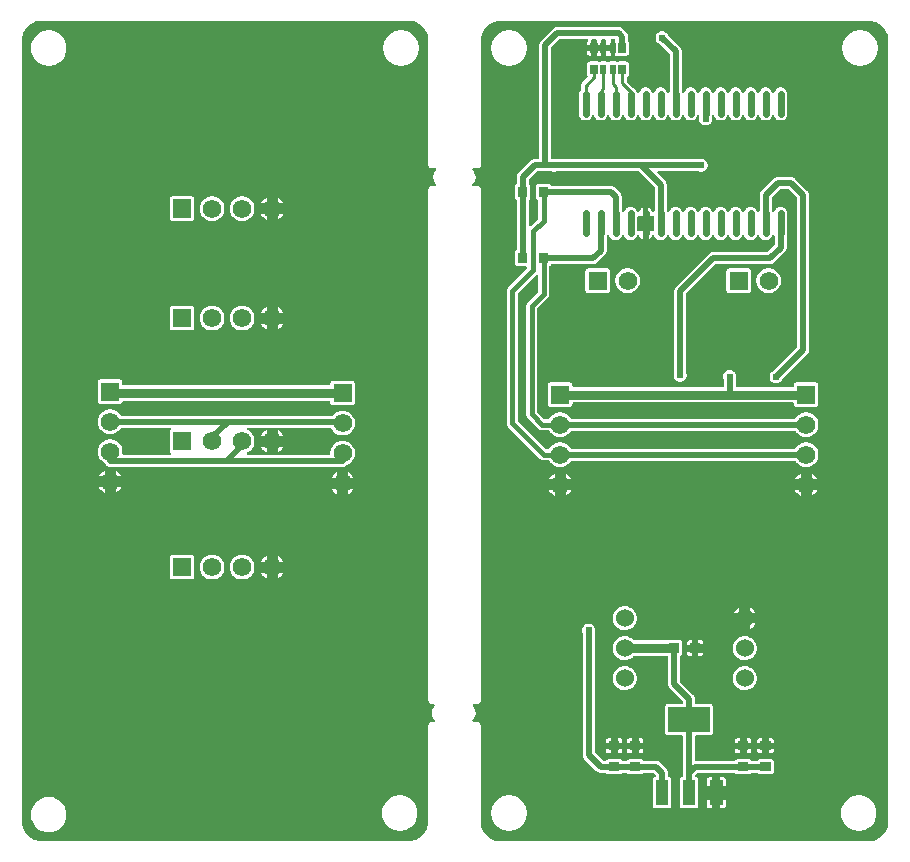
<source format=gbl>
G04 Layer: BottomLayer*
G04 EasyEDA v6.4.19.4, 2021-06-11T14:51:01+08:00*
G04 1c108e45da03483e8fe651057a321652,2444bf6f38dc4a26b464d521983d9d6f,10*
G04 Gerber Generator version 0.2*
G04 Scale: 100 percent, Rotated: No, Reflected: No *
G04 Dimensions in millimeters *
G04 leading zeros omitted , absolute positions ,4 integer and 5 decimal *
%FSLAX45Y45*%
%MOMM*%

%ADD10C,0.2540*%
%ADD11C,0.5000*%
%ADD12C,0.6096*%
%ADD21R,1.5748X1.5748*%
%ADD22C,1.5748*%
%ADD23C,1.5240*%
%ADD24C,0.4000*%
%ADD25C,0.8000*%
%ADD26C,0.6000*%

%LPD*%
G36*
X200863Y3025648D02*
G01*
X182422Y3026613D01*
X165506Y3029153D01*
X148945Y3033369D01*
X132842Y3039160D01*
X117398Y3046526D01*
X102768Y3055366D01*
X89052Y3065576D01*
X76403Y3077108D01*
X64973Y3089808D01*
X54813Y3103575D01*
X46075Y3118256D01*
X38760Y3133750D01*
X33070Y3149904D01*
X28956Y3166465D01*
X26517Y3183432D01*
X25654Y3200857D01*
X25654Y9799167D01*
X26619Y9817557D01*
X29159Y9834473D01*
X33375Y9851085D01*
X39166Y9867138D01*
X46532Y9882581D01*
X55372Y9897262D01*
X65582Y9910978D01*
X77114Y9923576D01*
X89814Y9935057D01*
X103581Y9945217D01*
X118262Y9953955D01*
X133756Y9961219D01*
X149860Y9966909D01*
X166471Y9971024D01*
X183388Y9973513D01*
X200863Y9974326D01*
X3294379Y9974326D01*
X3312769Y9973411D01*
X3329686Y9970820D01*
X3346297Y9966655D01*
X3362350Y9960813D01*
X3377793Y9953498D01*
X3392474Y9944658D01*
X3406190Y9934397D01*
X3418789Y9922865D01*
X3430270Y9910165D01*
X3440429Y9896398D01*
X3449167Y9881717D01*
X3456432Y9866223D01*
X3462121Y9850120D01*
X3466236Y9833508D01*
X3468725Y9816592D01*
X3469640Y9798050D01*
X3469640Y8750401D01*
X3470401Y8743950D01*
X3472484Y8738463D01*
X3475837Y8733586D01*
X3479190Y8730030D01*
X3483965Y8726779D01*
X3489502Y8724747D01*
X3495598Y8724036D01*
X3525875Y8724087D01*
X3529634Y8723376D01*
X3532835Y8721344D01*
X3535070Y8718245D01*
X3536035Y8714536D01*
X3535527Y8710777D01*
X3533698Y8707424D01*
X3525570Y8697671D01*
X3519170Y8687206D01*
X3514394Y8675928D01*
X3511245Y8664041D01*
X3509924Y8651849D01*
X3510330Y8639606D01*
X3512565Y8627516D01*
X3516528Y8615883D01*
X3522116Y8604961D01*
X3529228Y8595004D01*
X3534054Y8589975D01*
X3536187Y8586622D01*
X3536899Y8582761D01*
X3536086Y8578951D01*
X3533901Y8575700D01*
X3530600Y8573516D01*
X3526739Y8572754D01*
X3495954Y8572754D01*
X3489248Y8571890D01*
X3483813Y8569807D01*
X3478987Y8566404D01*
X3474872Y8561679D01*
X3472434Y8557768D01*
X3470351Y8552383D01*
X3469640Y8546185D01*
X3469538Y4215485D01*
X3470351Y4209084D01*
X3472434Y4203598D01*
X3475939Y4198518D01*
X3478936Y4195470D01*
X3482492Y4192879D01*
X3487978Y4190390D01*
X3494074Y4189323D01*
X3512413Y4189222D01*
X3516172Y4188510D01*
X3519373Y4186478D01*
X3521608Y4183379D01*
X3522522Y4179671D01*
X3522065Y4175912D01*
X3520186Y4172559D01*
X3512870Y4163771D01*
X3506470Y4153306D01*
X3501694Y4142028D01*
X3498545Y4130141D01*
X3497224Y4117949D01*
X3497630Y4105706D01*
X3499865Y4093616D01*
X3503828Y4082034D01*
X3509416Y4071112D01*
X3516528Y4061104D01*
X3522827Y4054551D01*
X3524961Y4051249D01*
X3525672Y4047388D01*
X3524859Y4043527D01*
X3522624Y4040276D01*
X3519373Y4038092D01*
X3515512Y4037329D01*
X3495903Y4037329D01*
X3489451Y4036568D01*
X3484016Y4034485D01*
X3478936Y4030979D01*
X3475888Y4027982D01*
X3473297Y4024426D01*
X3470808Y4018940D01*
X3469640Y4011523D01*
X3469640Y3204311D01*
X3469132Y3200400D01*
X3468166Y3182264D01*
X3465626Y3165348D01*
X3461410Y3148736D01*
X3455619Y3132683D01*
X3448253Y3117240D01*
X3439414Y3102559D01*
X3429203Y3088894D01*
X3417671Y3076244D01*
X3404971Y3064764D01*
X3391204Y3054654D01*
X3376472Y3045866D01*
X3361029Y3038602D01*
X3344875Y3032912D01*
X3328263Y3028797D01*
X3311347Y3026308D01*
X3297428Y3025648D01*
G37*

%LPC*%
G36*
X2788920Y6103620D02*
G01*
X2836773Y6103620D01*
X2833573Y6110071D01*
X2826004Y6121450D01*
X2817012Y6131712D01*
X2806750Y6140704D01*
X2795371Y6148273D01*
X2788920Y6151473D01*
G37*
G36*
X2649626Y6103620D02*
G01*
X2697480Y6103620D01*
X2697480Y6151473D01*
X2691028Y6148273D01*
X2679649Y6140704D01*
X2669387Y6131712D01*
X2660396Y6121450D01*
X2652826Y6110071D01*
G37*
G36*
X681126Y6116320D02*
G01*
X728980Y6116320D01*
X728980Y6164173D01*
X722528Y6160973D01*
X711149Y6153404D01*
X700887Y6144412D01*
X691896Y6134150D01*
X684326Y6122771D01*
G37*
G36*
X820419Y6116320D02*
G01*
X868273Y6116320D01*
X865073Y6122771D01*
X857503Y6134150D01*
X848512Y6144412D01*
X838250Y6153404D01*
X826871Y6160973D01*
X820419Y6164173D01*
G37*
G36*
X2697480Y5964326D02*
G01*
X2697480Y6012180D01*
X2649626Y6012180D01*
X2652826Y6005728D01*
X2660396Y5994349D01*
X2669387Y5984087D01*
X2679649Y5975096D01*
X2691028Y5967526D01*
G37*
G36*
X775157Y6197752D02*
G01*
X2742742Y6197752D01*
X2751988Y6198565D01*
X2760522Y6200851D01*
X2768498Y6204559D01*
X2775712Y6209639D01*
X2780944Y6214414D01*
X2795371Y6221526D01*
X2806750Y6229096D01*
X2817012Y6238087D01*
X2826004Y6248349D01*
X2833573Y6259728D01*
X2839618Y6271971D01*
X2844038Y6284874D01*
X2846679Y6298285D01*
X2847594Y6311900D01*
X2846679Y6325514D01*
X2844038Y6338925D01*
X2839618Y6351828D01*
X2833573Y6364071D01*
X2826004Y6375450D01*
X2817012Y6385712D01*
X2806750Y6394704D01*
X2795371Y6402273D01*
X2783128Y6408318D01*
X2770225Y6412738D01*
X2756814Y6415379D01*
X2743200Y6416294D01*
X2729585Y6415379D01*
X2716174Y6412738D01*
X2703271Y6408318D01*
X2691028Y6402273D01*
X2679649Y6394704D01*
X2669387Y6385712D01*
X2660396Y6375450D01*
X2652826Y6364071D01*
X2646781Y6351828D01*
X2642362Y6338925D01*
X2639720Y6325514D01*
X2638806Y6311900D01*
X2638958Y6309868D01*
X2638399Y6305804D01*
X2636215Y6302248D01*
X2632862Y6299911D01*
X2628798Y6299047D01*
X2193290Y6299047D01*
X2188870Y6300063D01*
X2187600Y6301079D01*
X2185771Y6299809D01*
X2181860Y6299047D01*
X2110740Y6299047D01*
X2106828Y6299809D01*
X2104999Y6301079D01*
X2103729Y6300063D01*
X2099310Y6299047D01*
X1939289Y6299047D01*
X1934870Y6300063D01*
X1931365Y6302857D01*
X1929384Y6306921D01*
X1929333Y6311392D01*
X1931263Y6315506D01*
X1934768Y6318300D01*
X1944471Y6323126D01*
X1955850Y6330696D01*
X1966112Y6339687D01*
X1975104Y6349949D01*
X1982673Y6361328D01*
X1988718Y6373571D01*
X1993138Y6386474D01*
X1995779Y6399885D01*
X1996693Y6413500D01*
X1995779Y6427114D01*
X1993138Y6440525D01*
X1988718Y6453428D01*
X1982673Y6465671D01*
X1975104Y6477050D01*
X1966112Y6487312D01*
X1955850Y6496304D01*
X1944471Y6503873D01*
X1934768Y6508648D01*
X1931263Y6511493D01*
X1929333Y6515607D01*
X1929384Y6520078D01*
X1931365Y6524142D01*
X1934870Y6526936D01*
X1939289Y6527952D01*
X2099310Y6527952D01*
X2103729Y6526936D01*
X2104999Y6525920D01*
X2106828Y6527190D01*
X2110740Y6527952D01*
X2181860Y6527952D01*
X2185771Y6527190D01*
X2187600Y6525920D01*
X2188870Y6526936D01*
X2193290Y6527952D01*
X2639466Y6527952D01*
X2643174Y6527241D01*
X2646324Y6525259D01*
X2648610Y6522262D01*
X2652826Y6513728D01*
X2660396Y6502349D01*
X2669387Y6492087D01*
X2679649Y6483096D01*
X2691028Y6475526D01*
X2703271Y6469481D01*
X2716174Y6465062D01*
X2729585Y6462420D01*
X2743200Y6461506D01*
X2756814Y6462420D01*
X2770225Y6465062D01*
X2783128Y6469481D01*
X2795371Y6475526D01*
X2806750Y6483096D01*
X2817012Y6492087D01*
X2826004Y6502349D01*
X2833573Y6513728D01*
X2839618Y6525971D01*
X2844038Y6538874D01*
X2846679Y6552285D01*
X2847594Y6565900D01*
X2846679Y6579514D01*
X2844038Y6592925D01*
X2839618Y6605828D01*
X2833573Y6618071D01*
X2826004Y6629450D01*
X2817012Y6639712D01*
X2806750Y6648703D01*
X2795371Y6656273D01*
X2783128Y6662318D01*
X2770225Y6666738D01*
X2756814Y6669379D01*
X2743200Y6670294D01*
X2729585Y6669379D01*
X2716174Y6666738D01*
X2703271Y6662318D01*
X2691028Y6656273D01*
X2679649Y6648703D01*
X2669387Y6639712D01*
X2663291Y6632702D01*
X2659837Y6630162D01*
X2655620Y6629247D01*
X871524Y6629247D01*
X868273Y6629806D01*
X865378Y6631330D01*
X863092Y6633768D01*
X857503Y6642150D01*
X848512Y6652412D01*
X838250Y6661403D01*
X826871Y6668973D01*
X814628Y6675018D01*
X801725Y6679438D01*
X788314Y6682079D01*
X774700Y6682994D01*
X761085Y6682079D01*
X747674Y6679438D01*
X734771Y6675018D01*
X722528Y6668973D01*
X711149Y6661403D01*
X700887Y6652412D01*
X691896Y6642150D01*
X684326Y6630771D01*
X678281Y6618528D01*
X673862Y6605625D01*
X671220Y6592214D01*
X670306Y6578600D01*
X671220Y6564985D01*
X673862Y6551574D01*
X678281Y6538671D01*
X684326Y6526428D01*
X691896Y6515049D01*
X700887Y6504787D01*
X711149Y6495796D01*
X722528Y6488226D01*
X734771Y6482181D01*
X747674Y6477762D01*
X761085Y6475120D01*
X774700Y6474206D01*
X788314Y6475120D01*
X801725Y6477762D01*
X814628Y6482181D01*
X826871Y6488226D01*
X838250Y6495796D01*
X848512Y6504787D01*
X857503Y6515049D01*
X863092Y6523431D01*
X865378Y6525869D01*
X868273Y6527393D01*
X871524Y6527952D01*
X1280769Y6527952D01*
X1284681Y6527190D01*
X1287983Y6524955D01*
X1290167Y6521653D01*
X1290929Y6517792D01*
X1290167Y6513880D01*
X1287983Y6510578D01*
X1285544Y6508191D01*
X1282496Y6503365D01*
X1280617Y6497929D01*
X1279906Y6491681D01*
X1279906Y6335318D01*
X1280617Y6329070D01*
X1282496Y6323634D01*
X1285544Y6318808D01*
X1287983Y6316421D01*
X1290167Y6313119D01*
X1290929Y6309207D01*
X1290167Y6305346D01*
X1287983Y6302044D01*
X1284681Y6299809D01*
X1280769Y6299047D01*
X888187Y6299047D01*
X884123Y6299911D01*
X880770Y6302298D01*
X878636Y6305804D01*
X878027Y6309918D01*
X879094Y6324600D01*
X878179Y6338214D01*
X875537Y6351625D01*
X871118Y6364528D01*
X865073Y6376771D01*
X857503Y6388150D01*
X848512Y6398412D01*
X838250Y6407404D01*
X826871Y6414973D01*
X814628Y6421018D01*
X801725Y6425438D01*
X788314Y6428079D01*
X774700Y6428994D01*
X761085Y6428079D01*
X747674Y6425438D01*
X734771Y6421018D01*
X722528Y6414973D01*
X711149Y6407404D01*
X700887Y6398412D01*
X691896Y6388150D01*
X684326Y6376771D01*
X678281Y6364528D01*
X673862Y6351625D01*
X671220Y6338214D01*
X670306Y6324600D01*
X671220Y6310985D01*
X673862Y6297574D01*
X678281Y6284671D01*
X684326Y6272428D01*
X691896Y6261049D01*
X700887Y6250787D01*
X711149Y6241796D01*
X726186Y6231737D01*
X728116Y6228943D01*
X730859Y6223101D01*
X735939Y6215888D01*
X742188Y6209639D01*
X749401Y6204559D01*
X757377Y6200851D01*
X765911Y6198565D01*
G37*
G36*
X2100580Y6319926D02*
G01*
X2100580Y6367780D01*
X2052726Y6367780D01*
X2055926Y6361328D01*
X2063496Y6349949D01*
X2072487Y6339687D01*
X2082749Y6330696D01*
X2094128Y6323126D01*
G37*
G36*
X2192020Y6319926D02*
G01*
X2198471Y6323126D01*
X2209850Y6330696D01*
X2220112Y6339687D01*
X2229104Y6349949D01*
X2236673Y6361328D01*
X2239873Y6367780D01*
X2192020Y6367780D01*
G37*
G36*
X2052726Y6459220D02*
G01*
X2100580Y6459220D01*
X2100580Y6507073D01*
X2094128Y6503873D01*
X2082749Y6496304D01*
X2072487Y6487312D01*
X2063496Y6477050D01*
X2055926Y6465671D01*
G37*
G36*
X2192020Y6459220D02*
G01*
X2239873Y6459220D01*
X2236673Y6465671D01*
X2229104Y6477050D01*
X2220112Y6487312D01*
X2209850Y6496304D01*
X2198471Y6503873D01*
X2192020Y6507073D01*
G37*
G36*
X2788920Y5964326D02*
G01*
X2795371Y5967526D01*
X2806750Y5975096D01*
X2817012Y5984087D01*
X2826004Y5994349D01*
X2833573Y6005728D01*
X2836773Y6012180D01*
X2788920Y6012180D01*
G37*
G36*
X820419Y5977026D02*
G01*
X826871Y5980226D01*
X838250Y5987796D01*
X848512Y5996787D01*
X857503Y6007049D01*
X865073Y6018428D01*
X868273Y6024880D01*
X820419Y6024880D01*
G37*
G36*
X2665018Y6715506D02*
G01*
X2821381Y6715506D01*
X2827629Y6716217D01*
X2833065Y6718096D01*
X2837891Y6721144D01*
X2841955Y6725208D01*
X2845003Y6730034D01*
X2846882Y6735470D01*
X2847594Y6741718D01*
X2847594Y6898081D01*
X2846882Y6904329D01*
X2845003Y6909765D01*
X2841955Y6914591D01*
X2837891Y6918655D01*
X2833065Y6921703D01*
X2827629Y6923582D01*
X2821381Y6924294D01*
X2665018Y6924294D01*
X2658770Y6923582D01*
X2653334Y6921703D01*
X2648508Y6918655D01*
X2644444Y6914591D01*
X2641396Y6909765D01*
X2639517Y6904329D01*
X2638806Y6898081D01*
X2638806Y6895693D01*
X2638044Y6891832D01*
X2635808Y6888530D01*
X2632557Y6886346D01*
X2628646Y6885533D01*
X889253Y6885533D01*
X885342Y6886346D01*
X882091Y6888530D01*
X879856Y6891832D01*
X879094Y6895693D01*
X879094Y6910781D01*
X878382Y6917029D01*
X876503Y6922465D01*
X873455Y6927291D01*
X869391Y6931355D01*
X864565Y6934403D01*
X859129Y6936282D01*
X852881Y6936994D01*
X696518Y6936994D01*
X690270Y6936282D01*
X684834Y6934403D01*
X680008Y6931355D01*
X675944Y6927291D01*
X672896Y6922465D01*
X671017Y6917029D01*
X670306Y6910781D01*
X670306Y6754418D01*
X671017Y6748170D01*
X672896Y6742734D01*
X675944Y6737908D01*
X680008Y6733844D01*
X684834Y6730796D01*
X690270Y6728917D01*
X696518Y6728206D01*
X852881Y6728206D01*
X859129Y6728917D01*
X864565Y6730796D01*
X869391Y6733844D01*
X873455Y6737908D01*
X876503Y6742734D01*
X878128Y6747459D01*
X880262Y6751015D01*
X883666Y6753402D01*
X887730Y6754266D01*
X2628646Y6754266D01*
X2632557Y6753453D01*
X2635808Y6751269D01*
X2638044Y6747967D01*
X2638806Y6744106D01*
X2638806Y6741718D01*
X2639517Y6735470D01*
X2641396Y6730034D01*
X2644444Y6725208D01*
X2648508Y6721144D01*
X2653334Y6718096D01*
X2658770Y6716217D01*
G37*
G36*
X1638300Y7350506D02*
G01*
X1651914Y7351420D01*
X1665325Y7354062D01*
X1678228Y7358481D01*
X1690471Y7364526D01*
X1701850Y7372096D01*
X1712112Y7381087D01*
X1721104Y7391349D01*
X1728673Y7402728D01*
X1734718Y7414971D01*
X1739138Y7427874D01*
X1741779Y7441285D01*
X1742693Y7454900D01*
X1741779Y7468514D01*
X1739138Y7481925D01*
X1734718Y7494828D01*
X1728673Y7507071D01*
X1721104Y7518450D01*
X1712112Y7528712D01*
X1701850Y7537703D01*
X1690471Y7545273D01*
X1678228Y7551318D01*
X1665325Y7555738D01*
X1651914Y7558379D01*
X1638300Y7559294D01*
X1624685Y7558379D01*
X1611274Y7555738D01*
X1598371Y7551318D01*
X1586128Y7545273D01*
X1574749Y7537703D01*
X1564487Y7528712D01*
X1555496Y7518450D01*
X1547926Y7507071D01*
X1541881Y7494828D01*
X1537462Y7481925D01*
X1534820Y7468514D01*
X1533906Y7454900D01*
X1534820Y7441285D01*
X1537462Y7427874D01*
X1541881Y7414971D01*
X1547926Y7402728D01*
X1555496Y7391349D01*
X1564487Y7381087D01*
X1574749Y7372096D01*
X1586128Y7364526D01*
X1598371Y7358481D01*
X1611274Y7354062D01*
X1624685Y7351420D01*
G37*
G36*
X1892300Y7350506D02*
G01*
X1905914Y7351420D01*
X1919325Y7354062D01*
X1932228Y7358481D01*
X1944471Y7364526D01*
X1955850Y7372096D01*
X1966112Y7381087D01*
X1975104Y7391349D01*
X1982673Y7402728D01*
X1988718Y7414971D01*
X1993138Y7427874D01*
X1995779Y7441285D01*
X1996693Y7454900D01*
X1995779Y7468514D01*
X1993138Y7481925D01*
X1988718Y7494828D01*
X1982673Y7507071D01*
X1975104Y7518450D01*
X1966112Y7528712D01*
X1955850Y7537703D01*
X1944471Y7545273D01*
X1932228Y7551318D01*
X1919325Y7555738D01*
X1905914Y7558379D01*
X1892300Y7559294D01*
X1878685Y7558379D01*
X1865274Y7555738D01*
X1852371Y7551318D01*
X1840128Y7545273D01*
X1828749Y7537703D01*
X1818487Y7528712D01*
X1809496Y7518450D01*
X1801926Y7507071D01*
X1795881Y7494828D01*
X1791462Y7481925D01*
X1788820Y7468514D01*
X1787906Y7454900D01*
X1788820Y7441285D01*
X1791462Y7427874D01*
X1795881Y7414971D01*
X1801926Y7402728D01*
X1809496Y7391349D01*
X1818487Y7381087D01*
X1828749Y7372096D01*
X1840128Y7364526D01*
X1852371Y7358481D01*
X1865274Y7354062D01*
X1878685Y7351420D01*
G37*
G36*
X1306118Y7350506D02*
G01*
X1462481Y7350506D01*
X1468729Y7351217D01*
X1474165Y7353096D01*
X1478991Y7356144D01*
X1483055Y7360208D01*
X1486103Y7365034D01*
X1487982Y7370470D01*
X1488694Y7376718D01*
X1488694Y7533081D01*
X1487982Y7539329D01*
X1486103Y7544765D01*
X1483055Y7549591D01*
X1478991Y7553655D01*
X1474165Y7556703D01*
X1468729Y7558582D01*
X1462481Y7559294D01*
X1306118Y7559294D01*
X1299870Y7558582D01*
X1294434Y7556703D01*
X1289608Y7553655D01*
X1285544Y7549591D01*
X1282496Y7544765D01*
X1280617Y7539329D01*
X1279906Y7533081D01*
X1279906Y7376718D01*
X1280617Y7370470D01*
X1282496Y7365034D01*
X1285544Y7360208D01*
X1289608Y7356144D01*
X1294434Y7353096D01*
X1299870Y7351217D01*
G37*
G36*
X2100580Y7361326D02*
G01*
X2100580Y7409180D01*
X2052726Y7409180D01*
X2055926Y7402728D01*
X2063496Y7391349D01*
X2072487Y7381087D01*
X2082749Y7372096D01*
X2094128Y7364526D01*
G37*
G36*
X2192020Y7361326D02*
G01*
X2198471Y7364526D01*
X2209850Y7372096D01*
X2220112Y7381087D01*
X2229104Y7391349D01*
X2236673Y7402728D01*
X2239873Y7409180D01*
X2192020Y7409180D01*
G37*
G36*
X728980Y5977026D02*
G01*
X728980Y6024880D01*
X681126Y6024880D01*
X684326Y6018428D01*
X691896Y6007049D01*
X700887Y5996787D01*
X711149Y5987796D01*
X722528Y5980226D01*
G37*
G36*
X2192020Y7500620D02*
G01*
X2239873Y7500620D01*
X2236673Y7507071D01*
X2229104Y7518450D01*
X2220112Y7528712D01*
X2209850Y7537703D01*
X2198471Y7545273D01*
X2192020Y7548473D01*
G37*
G36*
X253695Y3100578D02*
G01*
X270916Y3101543D01*
X287528Y3104388D01*
X303733Y3109061D01*
X319328Y3115513D01*
X334111Y3123692D01*
X347878Y3133496D01*
X360476Y3144774D01*
X371703Y3157372D01*
X381457Y3171139D01*
X389636Y3185922D01*
X396087Y3201517D01*
X400761Y3217773D01*
X403555Y3234436D01*
X404520Y3251301D01*
X403555Y3268116D01*
X400710Y3284778D01*
X396036Y3301034D01*
X389585Y3316630D01*
X381406Y3331362D01*
X371602Y3345179D01*
X360375Y3357727D01*
X347776Y3369005D01*
X334010Y3378758D01*
X319227Y3386937D01*
X303631Y3393389D01*
X287375Y3398062D01*
X270713Y3400907D01*
X253898Y3401822D01*
X237032Y3400907D01*
X220370Y3398062D01*
X204114Y3393389D01*
X188518Y3386937D01*
X173736Y3378758D01*
X159969Y3369005D01*
X147370Y3357727D01*
X136144Y3345179D01*
X126339Y3331362D01*
X118160Y3316630D01*
X111709Y3301034D01*
X107035Y3284778D01*
X104190Y3268116D01*
X103225Y3251301D01*
X104190Y3234436D01*
X106984Y3217773D01*
X111658Y3201517D01*
X118110Y3185922D01*
X126288Y3171139D01*
X136042Y3157372D01*
X147269Y3144774D01*
X159867Y3133496D01*
X173634Y3123692D01*
X188417Y3115513D01*
X204012Y3109061D01*
X220217Y3104388D01*
X236880Y3101543D01*
G37*
G36*
X2192020Y5392420D02*
G01*
X2239873Y5392420D01*
X2236673Y5398871D01*
X2229104Y5410250D01*
X2220112Y5420512D01*
X2209850Y5429504D01*
X2198471Y5437073D01*
X2192020Y5440273D01*
G37*
G36*
X2052726Y5392420D02*
G01*
X2100580Y5392420D01*
X2100580Y5440273D01*
X2094128Y5437073D01*
X2082749Y5429504D01*
X2072487Y5420512D01*
X2063496Y5410250D01*
X2055926Y5398871D01*
G37*
G36*
X2192020Y5253126D02*
G01*
X2198471Y5256326D01*
X2209850Y5263896D01*
X2220112Y5272887D01*
X2229104Y5283149D01*
X2236673Y5294528D01*
X2239873Y5300980D01*
X2192020Y5300980D01*
G37*
G36*
X1638300Y8277606D02*
G01*
X1651914Y8278520D01*
X1665325Y8281162D01*
X1678228Y8285581D01*
X1690471Y8291626D01*
X1701850Y8299196D01*
X1712112Y8308187D01*
X1721104Y8318449D01*
X1728673Y8329828D01*
X1734718Y8342071D01*
X1739138Y8354974D01*
X1741779Y8368385D01*
X1742693Y8382000D01*
X1741779Y8395614D01*
X1739138Y8409025D01*
X1734718Y8421928D01*
X1728673Y8434171D01*
X1721104Y8445550D01*
X1712112Y8455812D01*
X1701850Y8464804D01*
X1690471Y8472373D01*
X1678228Y8478418D01*
X1665325Y8482838D01*
X1651914Y8485479D01*
X1638300Y8486394D01*
X1624685Y8485479D01*
X1611274Y8482838D01*
X1598371Y8478418D01*
X1586128Y8472373D01*
X1574749Y8464804D01*
X1564487Y8455812D01*
X1555496Y8445550D01*
X1547926Y8434171D01*
X1541881Y8421928D01*
X1537462Y8409025D01*
X1534820Y8395614D01*
X1533906Y8382000D01*
X1534820Y8368385D01*
X1537462Y8354974D01*
X1541881Y8342071D01*
X1547926Y8329828D01*
X1555496Y8318449D01*
X1564487Y8308187D01*
X1574749Y8299196D01*
X1586128Y8291626D01*
X1598371Y8285581D01*
X1611274Y8281162D01*
X1624685Y8278520D01*
G37*
G36*
X1892300Y8277606D02*
G01*
X1905914Y8278520D01*
X1919325Y8281162D01*
X1932228Y8285581D01*
X1944471Y8291626D01*
X1955850Y8299196D01*
X1966112Y8308187D01*
X1975104Y8318449D01*
X1982673Y8329828D01*
X1988718Y8342071D01*
X1993138Y8354974D01*
X1995779Y8368385D01*
X1996693Y8382000D01*
X1995779Y8395614D01*
X1993138Y8409025D01*
X1988718Y8421928D01*
X1982673Y8434171D01*
X1975104Y8445550D01*
X1966112Y8455812D01*
X1955850Y8464804D01*
X1944471Y8472373D01*
X1932228Y8478418D01*
X1919325Y8482838D01*
X1905914Y8485479D01*
X1892300Y8486394D01*
X1878685Y8485479D01*
X1865274Y8482838D01*
X1852371Y8478418D01*
X1840128Y8472373D01*
X1828749Y8464804D01*
X1818487Y8455812D01*
X1809496Y8445550D01*
X1801926Y8434171D01*
X1795881Y8421928D01*
X1791462Y8409025D01*
X1788820Y8395614D01*
X1787906Y8382000D01*
X1788820Y8368385D01*
X1791462Y8354974D01*
X1795881Y8342071D01*
X1801926Y8329828D01*
X1809496Y8318449D01*
X1818487Y8308187D01*
X1828749Y8299196D01*
X1840128Y8291626D01*
X1852371Y8285581D01*
X1865274Y8281162D01*
X1878685Y8278520D01*
G37*
G36*
X1306118Y8277606D02*
G01*
X1462481Y8277606D01*
X1468729Y8278317D01*
X1474165Y8280196D01*
X1478991Y8283244D01*
X1483055Y8287308D01*
X1486103Y8292134D01*
X1487982Y8297570D01*
X1488694Y8303818D01*
X1488694Y8460181D01*
X1487982Y8466429D01*
X1486103Y8471865D01*
X1483055Y8476691D01*
X1478991Y8480755D01*
X1474165Y8483803D01*
X1468729Y8485682D01*
X1462481Y8486394D01*
X1306118Y8486394D01*
X1299870Y8485682D01*
X1294434Y8483803D01*
X1289608Y8480755D01*
X1285544Y8476691D01*
X1282496Y8471865D01*
X1280617Y8466429D01*
X1279906Y8460181D01*
X1279906Y8303818D01*
X1280617Y8297570D01*
X1282496Y8292134D01*
X1285544Y8287308D01*
X1289608Y8283244D01*
X1294434Y8280196D01*
X1299870Y8278317D01*
G37*
G36*
X2100580Y8288426D02*
G01*
X2100580Y8336280D01*
X2052726Y8336280D01*
X2055926Y8329828D01*
X2063496Y8318449D01*
X2072487Y8308187D01*
X2082749Y8299196D01*
X2094128Y8291626D01*
G37*
G36*
X2192020Y8288426D02*
G01*
X2198471Y8291626D01*
X2209850Y8299196D01*
X2220112Y8308187D01*
X2229104Y8318449D01*
X2236673Y8329828D01*
X2239873Y8336280D01*
X2192020Y8336280D01*
G37*
G36*
X2052726Y8427720D02*
G01*
X2100580Y8427720D01*
X2100580Y8475573D01*
X2094128Y8472373D01*
X2082749Y8464804D01*
X2072487Y8455812D01*
X2063496Y8445550D01*
X2055926Y8434171D01*
G37*
G36*
X2192020Y8427720D02*
G01*
X2239873Y8427720D01*
X2236673Y8434171D01*
X2229104Y8445550D01*
X2220112Y8455812D01*
X2209850Y8464804D01*
X2198471Y8472373D01*
X2192020Y8475573D01*
G37*
G36*
X2100580Y5253126D02*
G01*
X2100580Y5300980D01*
X2052726Y5300980D01*
X2055926Y5294528D01*
X2063496Y5283149D01*
X2072487Y5272887D01*
X2082749Y5263896D01*
X2094128Y5256326D01*
G37*
G36*
X1306118Y5242306D02*
G01*
X1462481Y5242306D01*
X1468729Y5243017D01*
X1474165Y5244896D01*
X1478991Y5247944D01*
X1483055Y5252008D01*
X1486103Y5256834D01*
X1487982Y5262270D01*
X1488694Y5268518D01*
X1488694Y5424881D01*
X1487982Y5431129D01*
X1486103Y5436565D01*
X1483055Y5441391D01*
X1478991Y5445455D01*
X1474165Y5448503D01*
X1468729Y5450382D01*
X1462481Y5451094D01*
X1306118Y5451094D01*
X1299870Y5450382D01*
X1294434Y5448503D01*
X1289608Y5445455D01*
X1285544Y5441391D01*
X1282496Y5436565D01*
X1280617Y5431129D01*
X1279906Y5424881D01*
X1279906Y5268518D01*
X1280617Y5262270D01*
X1282496Y5256834D01*
X1285544Y5252008D01*
X1289608Y5247944D01*
X1294434Y5244896D01*
X1299870Y5243017D01*
G37*
G36*
X1892300Y5242306D02*
G01*
X1905914Y5243220D01*
X1919325Y5245862D01*
X1932228Y5250281D01*
X1944471Y5256326D01*
X1955850Y5263896D01*
X1966112Y5272887D01*
X1975104Y5283149D01*
X1982673Y5294528D01*
X1988718Y5306771D01*
X1993138Y5319674D01*
X1995779Y5333085D01*
X1996693Y5346700D01*
X1995779Y5360314D01*
X1993138Y5373725D01*
X1988718Y5386628D01*
X1982673Y5398871D01*
X1975104Y5410250D01*
X1966112Y5420512D01*
X1955850Y5429504D01*
X1944471Y5437073D01*
X1932228Y5443118D01*
X1919325Y5447538D01*
X1905914Y5450179D01*
X1892300Y5451094D01*
X1878685Y5450179D01*
X1865274Y5447538D01*
X1852371Y5443118D01*
X1840128Y5437073D01*
X1828749Y5429504D01*
X1818487Y5420512D01*
X1809496Y5410250D01*
X1801926Y5398871D01*
X1795881Y5386628D01*
X1791462Y5373725D01*
X1788820Y5360314D01*
X1787906Y5346700D01*
X1788820Y5333085D01*
X1791462Y5319674D01*
X1795881Y5306771D01*
X1801926Y5294528D01*
X1809496Y5283149D01*
X1818487Y5272887D01*
X1828749Y5263896D01*
X1840128Y5256326D01*
X1852371Y5250281D01*
X1865274Y5245862D01*
X1878685Y5243220D01*
G37*
G36*
X3238195Y9590278D02*
G01*
X3255416Y9591243D01*
X3272028Y9594088D01*
X3288233Y9598761D01*
X3303828Y9605213D01*
X3318611Y9613392D01*
X3332378Y9623196D01*
X3344976Y9634474D01*
X3356203Y9647072D01*
X3365957Y9660839D01*
X3374136Y9675622D01*
X3380587Y9691217D01*
X3385261Y9707473D01*
X3388055Y9724136D01*
X3389020Y9741001D01*
X3388055Y9757816D01*
X3385210Y9774478D01*
X3380536Y9790734D01*
X3374085Y9806330D01*
X3365906Y9821062D01*
X3356101Y9834880D01*
X3344875Y9847427D01*
X3332276Y9858705D01*
X3318510Y9868458D01*
X3303727Y9876637D01*
X3288131Y9883089D01*
X3271875Y9887762D01*
X3255213Y9890607D01*
X3238398Y9891522D01*
X3221532Y9890607D01*
X3204870Y9887762D01*
X3188614Y9883089D01*
X3173018Y9876637D01*
X3158236Y9868458D01*
X3144469Y9858705D01*
X3131870Y9847427D01*
X3120644Y9834880D01*
X3110839Y9821062D01*
X3102660Y9806330D01*
X3096209Y9790734D01*
X3091535Y9774478D01*
X3088690Y9757816D01*
X3087725Y9741001D01*
X3088690Y9724136D01*
X3091484Y9707473D01*
X3096158Y9691217D01*
X3102610Y9675622D01*
X3110788Y9660839D01*
X3120542Y9647072D01*
X3131769Y9634474D01*
X3144367Y9623196D01*
X3158134Y9613392D01*
X3172917Y9605213D01*
X3188512Y9598761D01*
X3204718Y9594088D01*
X3221380Y9591243D01*
G37*
G36*
X253695Y9590278D02*
G01*
X270916Y9591243D01*
X287528Y9594088D01*
X303733Y9598761D01*
X319328Y9605213D01*
X334111Y9613392D01*
X347878Y9623196D01*
X360476Y9634474D01*
X371703Y9647072D01*
X381457Y9660839D01*
X389636Y9675622D01*
X396087Y9691217D01*
X400761Y9707473D01*
X403555Y9724136D01*
X404520Y9741001D01*
X403555Y9757816D01*
X400710Y9774478D01*
X396036Y9790734D01*
X389585Y9806330D01*
X381406Y9821062D01*
X371602Y9834880D01*
X360375Y9847427D01*
X347776Y9858705D01*
X334010Y9868458D01*
X319227Y9876637D01*
X303631Y9883089D01*
X287375Y9887762D01*
X270713Y9890607D01*
X253898Y9891522D01*
X237032Y9890607D01*
X220370Y9887762D01*
X204114Y9883089D01*
X188518Y9876637D01*
X173736Y9868458D01*
X159969Y9858705D01*
X147370Y9847427D01*
X136144Y9834880D01*
X126339Y9821062D01*
X118160Y9806330D01*
X111709Y9790734D01*
X107035Y9774478D01*
X104190Y9757816D01*
X103225Y9741001D01*
X104190Y9724136D01*
X106984Y9707473D01*
X111658Y9691217D01*
X118110Y9675622D01*
X126288Y9660839D01*
X136042Y9647072D01*
X147269Y9634474D01*
X159867Y9623196D01*
X173634Y9613392D01*
X188417Y9605213D01*
X204012Y9598761D01*
X220217Y9594088D01*
X236880Y9591243D01*
G37*
G36*
X1638300Y5242306D02*
G01*
X1651914Y5243220D01*
X1665325Y5245862D01*
X1678228Y5250281D01*
X1690471Y5256326D01*
X1701850Y5263896D01*
X1712112Y5272887D01*
X1721104Y5283149D01*
X1728673Y5294528D01*
X1734718Y5306771D01*
X1739138Y5319674D01*
X1741779Y5333085D01*
X1742693Y5346700D01*
X1741779Y5360314D01*
X1739138Y5373725D01*
X1734718Y5386628D01*
X1728673Y5398871D01*
X1721104Y5410250D01*
X1712112Y5420512D01*
X1701850Y5429504D01*
X1690471Y5437073D01*
X1678228Y5443118D01*
X1665325Y5447538D01*
X1651914Y5450179D01*
X1638300Y5451094D01*
X1624685Y5450179D01*
X1611274Y5447538D01*
X1598371Y5443118D01*
X1586128Y5437073D01*
X1574749Y5429504D01*
X1564487Y5420512D01*
X1555496Y5410250D01*
X1547926Y5398871D01*
X1541881Y5386628D01*
X1537462Y5373725D01*
X1534820Y5360314D01*
X1533906Y5346700D01*
X1534820Y5333085D01*
X1537462Y5319674D01*
X1541881Y5306771D01*
X1547926Y5294528D01*
X1555496Y5283149D01*
X1564487Y5272887D01*
X1574749Y5263896D01*
X1586128Y5256326D01*
X1598371Y5250281D01*
X1611274Y5245862D01*
X1624685Y5243220D01*
G37*
G36*
X3225495Y3113278D02*
G01*
X3242716Y3114243D01*
X3259328Y3117088D01*
X3275533Y3121761D01*
X3291128Y3128213D01*
X3305911Y3136392D01*
X3319678Y3146196D01*
X3332276Y3157474D01*
X3343503Y3170072D01*
X3353257Y3183839D01*
X3361436Y3198622D01*
X3367887Y3214217D01*
X3372561Y3230473D01*
X3375355Y3247136D01*
X3376320Y3264001D01*
X3375355Y3280816D01*
X3372510Y3297478D01*
X3367836Y3313734D01*
X3361385Y3329330D01*
X3353206Y3344062D01*
X3343401Y3357879D01*
X3332175Y3370427D01*
X3319576Y3381705D01*
X3305810Y3391458D01*
X3291027Y3399637D01*
X3275431Y3406089D01*
X3259175Y3410762D01*
X3242513Y3413607D01*
X3225698Y3414522D01*
X3208832Y3413607D01*
X3192170Y3410762D01*
X3175914Y3406089D01*
X3160318Y3399637D01*
X3145536Y3391458D01*
X3131769Y3381705D01*
X3119170Y3370427D01*
X3107944Y3357879D01*
X3098139Y3344062D01*
X3089960Y3329330D01*
X3083509Y3313734D01*
X3078835Y3297478D01*
X3075990Y3280816D01*
X3075025Y3264001D01*
X3075990Y3247136D01*
X3078784Y3230473D01*
X3083458Y3214217D01*
X3089910Y3198622D01*
X3098088Y3183839D01*
X3107842Y3170072D01*
X3119069Y3157474D01*
X3131667Y3146196D01*
X3145434Y3136392D01*
X3160217Y3128213D01*
X3175812Y3121761D01*
X3192018Y3117088D01*
X3208680Y3114243D01*
G37*
G36*
X2052726Y7500620D02*
G01*
X2100580Y7500620D01*
X2100580Y7548473D01*
X2094128Y7545273D01*
X2082749Y7537703D01*
X2072487Y7528712D01*
X2063496Y7518450D01*
X2055926Y7507071D01*
G37*

%LPD*%
G36*
X4079494Y3023870D02*
G01*
X4067352Y3024530D01*
X4050436Y3027070D01*
X4033824Y3031286D01*
X4017772Y3037078D01*
X4002328Y3044444D01*
X3987647Y3053283D01*
X3973931Y3063494D01*
X3961333Y3075025D01*
X3949852Y3087725D01*
X3939692Y3101492D01*
X3930954Y3116224D01*
X3923690Y3131667D01*
X3918000Y3147822D01*
X3913886Y3164433D01*
X3911396Y3181350D01*
X3910584Y3198672D01*
X3910584Y4011066D01*
X3909822Y4017518D01*
X3907739Y4022953D01*
X3904234Y4028033D01*
X3901186Y4031081D01*
X3897629Y4033672D01*
X3892143Y4036161D01*
X3884777Y4037329D01*
X3850233Y4037329D01*
X3846372Y4038092D01*
X3843070Y4040276D01*
X3840886Y4043527D01*
X3840073Y4047337D01*
X3840784Y4051198D01*
X3842918Y4054551D01*
X3849217Y4061104D01*
X3856329Y4071112D01*
X3861917Y4082034D01*
X3865879Y4093616D01*
X3868115Y4105706D01*
X3868521Y4117949D01*
X3867150Y4130141D01*
X3864051Y4142028D01*
X3859276Y4153306D01*
X3852875Y4163771D01*
X3845509Y4172559D01*
X3843680Y4175912D01*
X3843172Y4179671D01*
X3844137Y4183379D01*
X3846372Y4186478D01*
X3849573Y4188510D01*
X3853332Y4189222D01*
X3884320Y4189222D01*
X3890772Y4190034D01*
X3896207Y4192117D01*
X3901338Y4195622D01*
X3904335Y4198620D01*
X3906824Y4201972D01*
X3909364Y4207459D01*
X3910533Y4213656D01*
X3910584Y8537956D01*
X3911549Y8544560D01*
X3911549Y8549690D01*
X3910990Y8553348D01*
X3908806Y8559038D01*
X3905504Y8563864D01*
X3900881Y8567928D01*
X3897833Y8569756D01*
X3892042Y8571992D01*
X3885590Y8572754D01*
X3851706Y8572754D01*
X3847846Y8573516D01*
X3844544Y8575700D01*
X3842359Y8578951D01*
X3841546Y8582761D01*
X3842258Y8586622D01*
X3844391Y8589975D01*
X3849217Y8595004D01*
X3856329Y8605012D01*
X3861917Y8615934D01*
X3865879Y8627516D01*
X3868115Y8639606D01*
X3868521Y8651849D01*
X3867150Y8664041D01*
X3864051Y8675928D01*
X3859276Y8687206D01*
X3852875Y8697671D01*
X3844290Y8707882D01*
X3842410Y8711234D01*
X3841902Y8714994D01*
X3842867Y8718702D01*
X3845102Y8721801D01*
X3848303Y8723884D01*
X3852062Y8724595D01*
X3885641Y8724646D01*
X3892042Y8725458D01*
X3897528Y8727541D01*
X3902608Y8731046D01*
X3905605Y8734044D01*
X3908196Y8737600D01*
X3910685Y8743086D01*
X3911854Y8750452D01*
X3911854Y9796780D01*
X3912870Y9816287D01*
X3915460Y9833203D01*
X3919626Y9849815D01*
X3925468Y9865868D01*
X3932783Y9881311D01*
X3941622Y9895992D01*
X3951884Y9909657D01*
X3963365Y9922306D01*
X3976115Y9933787D01*
X3989882Y9943896D01*
X4004564Y9952685D01*
X4020058Y9959949D01*
X4036161Y9965639D01*
X4052773Y9969754D01*
X4069689Y9972243D01*
X4088231Y9973157D01*
X7188962Y9973157D01*
X7207402Y9972192D01*
X7224318Y9969652D01*
X7240879Y9965436D01*
X7256983Y9959644D01*
X7272426Y9952278D01*
X7287056Y9943439D01*
X7300772Y9933228D01*
X7313422Y9921697D01*
X7324852Y9908997D01*
X7335012Y9895230D01*
X7343749Y9880549D01*
X7351014Y9865055D01*
X7356754Y9848900D01*
X7360818Y9832340D01*
X7363307Y9815372D01*
X7364171Y9797948D01*
X7364171Y3199638D01*
X7363206Y3181248D01*
X7360666Y3164332D01*
X7356449Y3147720D01*
X7350658Y3131667D01*
X7343292Y3116224D01*
X7334453Y3101543D01*
X7324191Y3087827D01*
X7312710Y3075228D01*
X7300010Y3063748D01*
X7286244Y3053588D01*
X7271512Y3044850D01*
X7256018Y3037586D01*
X7239914Y3031896D01*
X7223302Y3027781D01*
X7206386Y3025292D01*
X7188962Y3024479D01*
X4085539Y3024479D01*
G37*

%LPC*%
G36*
X4969967Y9676333D02*
G01*
X4975504Y9676333D01*
X4981803Y9677044D01*
X4987747Y9679127D01*
X4991100Y9679686D01*
X4994452Y9679127D01*
X5000396Y9677044D01*
X5006695Y9676333D01*
X5012232Y9676333D01*
X5012232Y9715652D01*
X4969967Y9715652D01*
G37*
G36*
X4152595Y3113278D02*
G01*
X4169816Y3114243D01*
X4186428Y3117088D01*
X4202633Y3121761D01*
X4218228Y3128213D01*
X4233011Y3136392D01*
X4246778Y3146196D01*
X4259376Y3157474D01*
X4270603Y3170072D01*
X4280357Y3183839D01*
X4288536Y3198622D01*
X4294987Y3214217D01*
X4299661Y3230473D01*
X4302455Y3247136D01*
X4303420Y3264001D01*
X4302455Y3280816D01*
X4299610Y3297478D01*
X4294936Y3313734D01*
X4288485Y3329330D01*
X4280306Y3344062D01*
X4270502Y3357879D01*
X4259275Y3370427D01*
X4246676Y3381705D01*
X4232910Y3391458D01*
X4218127Y3399637D01*
X4202531Y3406089D01*
X4186275Y3410762D01*
X4169613Y3413607D01*
X4152798Y3414522D01*
X4135932Y3413607D01*
X4119270Y3410762D01*
X4103014Y3406089D01*
X4087418Y3399637D01*
X4072636Y3391458D01*
X4058869Y3381705D01*
X4046270Y3370427D01*
X4035044Y3357879D01*
X4025239Y3344062D01*
X4017060Y3329330D01*
X4010609Y3313734D01*
X4005935Y3297478D01*
X4003090Y3280816D01*
X4002125Y3264001D01*
X4003090Y3247136D01*
X4005884Y3230473D01*
X4010558Y3214217D01*
X4017010Y3198622D01*
X4025188Y3183839D01*
X4034942Y3170072D01*
X4046169Y3157474D01*
X4058767Y3146196D01*
X4072534Y3136392D01*
X4087317Y3128213D01*
X4102912Y3121761D01*
X4119118Y3117088D01*
X4135780Y3114243D01*
G37*
G36*
X7111695Y3113278D02*
G01*
X7128916Y3114243D01*
X7145528Y3117088D01*
X7161733Y3121761D01*
X7177328Y3128213D01*
X7192111Y3136392D01*
X7205878Y3146196D01*
X7218476Y3157474D01*
X7229703Y3170072D01*
X7239457Y3183839D01*
X7247636Y3198622D01*
X7254087Y3214217D01*
X7258761Y3230473D01*
X7261555Y3247136D01*
X7262520Y3264001D01*
X7261555Y3280816D01*
X7258710Y3297478D01*
X7254036Y3313734D01*
X7247585Y3329330D01*
X7239406Y3344062D01*
X7229602Y3357879D01*
X7218375Y3370427D01*
X7205776Y3381705D01*
X7192009Y3391458D01*
X7177227Y3399637D01*
X7161631Y3406089D01*
X7145375Y3410762D01*
X7128713Y3413607D01*
X7111898Y3414522D01*
X7095032Y3413607D01*
X7078370Y3410762D01*
X7062114Y3406089D01*
X7046518Y3399637D01*
X7031736Y3391458D01*
X7017969Y3381705D01*
X7005370Y3370427D01*
X6994144Y3357879D01*
X6984339Y3344062D01*
X6976160Y3329330D01*
X6969709Y3313734D01*
X6965035Y3297478D01*
X6962190Y3280816D01*
X6961225Y3264001D01*
X6962190Y3247136D01*
X6964984Y3230473D01*
X6969658Y3214217D01*
X6976109Y3198622D01*
X6984288Y3183839D01*
X6994042Y3170072D01*
X7005269Y3157474D01*
X7017867Y3146196D01*
X7031634Y3136392D01*
X7046417Y3128213D01*
X7062012Y3121761D01*
X7078218Y3117088D01*
X7094880Y3114243D01*
G37*
G36*
X4893716Y9676333D02*
G01*
X4903012Y9676333D01*
X4909312Y9677044D01*
X4911496Y9677806D01*
X4914849Y9678365D01*
X4918202Y9677806D01*
X4920386Y9677044D01*
X4926685Y9676333D01*
X4932222Y9676333D01*
X4932222Y9715652D01*
X4893716Y9715652D01*
G37*
G36*
X5940450Y3303015D02*
G01*
X5960821Y3303015D01*
X5967069Y3303727D01*
X5972505Y3305606D01*
X5977331Y3308654D01*
X5981395Y3312718D01*
X5984443Y3317544D01*
X5986322Y3322980D01*
X5987034Y3329228D01*
X5987034Y3376269D01*
X5940450Y3376269D01*
G37*
G36*
X5852718Y3303015D02*
G01*
X5873140Y3303015D01*
X5873140Y3376269D01*
X5826506Y3376269D01*
X5826506Y3329228D01*
X5827217Y3322980D01*
X5829096Y3317544D01*
X5832144Y3312718D01*
X5836208Y3308654D01*
X5841034Y3305606D01*
X5846470Y3303727D01*
G37*
G36*
X5392978Y3303015D02*
G01*
X5501081Y3303015D01*
X5507329Y3303727D01*
X5512765Y3305606D01*
X5517591Y3308654D01*
X5521655Y3312718D01*
X5524703Y3317544D01*
X5526582Y3322980D01*
X5527294Y3329228D01*
X5527294Y3544011D01*
X5526582Y3550259D01*
X5524703Y3555695D01*
X5521655Y3560521D01*
X5517591Y3564585D01*
X5512765Y3567633D01*
X5503164Y3570681D01*
X5500268Y3572916D01*
X5498338Y3576065D01*
X5497677Y3579672D01*
X5497677Y3606596D01*
X5497474Y3611219D01*
X5496915Y3615588D01*
X5495950Y3619906D01*
X5494629Y3624122D01*
X5492953Y3628186D01*
X5490870Y3632098D01*
X5488533Y3635857D01*
X5485841Y3639362D01*
X5482691Y3642766D01*
X5432196Y3693261D01*
X5428792Y3696411D01*
X5425287Y3699103D01*
X5421528Y3701491D01*
X5417616Y3703523D01*
X5413552Y3705199D01*
X5409336Y3706520D01*
X5405018Y3707485D01*
X5400649Y3708044D01*
X5395976Y3708247D01*
X5293664Y3708247D01*
X5290312Y3708857D01*
X5287314Y3710482D01*
X5284724Y3713581D01*
X5280660Y3717594D01*
X5275783Y3720642D01*
X5270398Y3722573D01*
X5264150Y3723284D01*
X5175250Y3723284D01*
X5169001Y3722573D01*
X5163616Y3720642D01*
X5158740Y3717594D01*
X5152085Y3710482D01*
X5149088Y3708857D01*
X5145735Y3708247D01*
X5115864Y3708247D01*
X5112512Y3708857D01*
X5109514Y3710482D01*
X5106924Y3713581D01*
X5102860Y3717594D01*
X5097983Y3720642D01*
X5092598Y3722573D01*
X5086350Y3723284D01*
X4997450Y3723284D01*
X4991201Y3722573D01*
X4985816Y3720642D01*
X4980940Y3717594D01*
X4974285Y3710482D01*
X4971288Y3708857D01*
X4967935Y3708247D01*
X4952796Y3708247D01*
X4948885Y3709060D01*
X4945583Y3711244D01*
X4879644Y3777183D01*
X4877460Y3780485D01*
X4876647Y3784396D01*
X4876647Y4787442D01*
X4877612Y4791760D01*
X4878730Y4794097D01*
X4881270Y4803546D01*
X4882134Y4813300D01*
X4881270Y4823053D01*
X4878730Y4832502D01*
X4874615Y4841341D01*
X4868976Y4849368D01*
X4862068Y4856276D01*
X4854041Y4861864D01*
X4845202Y4866030D01*
X4835753Y4868519D01*
X4826000Y4869383D01*
X4816297Y4868519D01*
X4806848Y4866030D01*
X4797958Y4861864D01*
X4789982Y4856276D01*
X4783023Y4849368D01*
X4777435Y4841341D01*
X4773320Y4832502D01*
X4770780Y4823053D01*
X4769916Y4813300D01*
X4770780Y4803546D01*
X4773320Y4794097D01*
X4774387Y4791760D01*
X4775352Y4787442D01*
X4775352Y3759403D01*
X4775555Y3754780D01*
X4776165Y3750411D01*
X4777079Y3746093D01*
X4778400Y3741877D01*
X4780127Y3737762D01*
X4782159Y3733850D01*
X4784547Y3730142D01*
X4787239Y3726637D01*
X4790338Y3723233D01*
X4891633Y3621938D01*
X4895037Y3618839D01*
X4898542Y3616147D01*
X4902250Y3613759D01*
X4906162Y3611727D01*
X4910277Y3610000D01*
X4914493Y3608679D01*
X4918811Y3607714D01*
X4923180Y3607155D01*
X4927803Y3606952D01*
X4967935Y3606952D01*
X4971288Y3606393D01*
X4974285Y3604717D01*
X4976876Y3601669D01*
X4980940Y3597605D01*
X4985816Y3594557D01*
X4991201Y3592677D01*
X4997450Y3591966D01*
X5086350Y3591966D01*
X5092598Y3592677D01*
X5097983Y3594557D01*
X5102860Y3597605D01*
X5109514Y3604717D01*
X5112512Y3606393D01*
X5115864Y3606952D01*
X5145735Y3606952D01*
X5149088Y3606393D01*
X5152085Y3604717D01*
X5154676Y3601669D01*
X5158740Y3597605D01*
X5163616Y3594557D01*
X5169001Y3592677D01*
X5175250Y3591966D01*
X5264150Y3591966D01*
X5270398Y3592677D01*
X5275783Y3594557D01*
X5280660Y3597605D01*
X5287314Y3604717D01*
X5290312Y3606393D01*
X5293664Y3606952D01*
X5371033Y3606952D01*
X5374894Y3606190D01*
X5378196Y3604006D01*
X5393385Y3588816D01*
X5395620Y3585514D01*
X5396382Y3581603D01*
X5395722Y3576065D01*
X5393791Y3572916D01*
X5390896Y3570681D01*
X5386730Y3569512D01*
X5381294Y3567633D01*
X5376468Y3564585D01*
X5372404Y3560521D01*
X5369356Y3555695D01*
X5367477Y3550259D01*
X5366766Y3544011D01*
X5366766Y3329228D01*
X5367477Y3322980D01*
X5369356Y3317544D01*
X5372404Y3312718D01*
X5376468Y3308654D01*
X5381294Y3305606D01*
X5386730Y3303727D01*
G37*
G36*
X5621578Y3303015D02*
G01*
X5729681Y3303015D01*
X5735929Y3303727D01*
X5741365Y3305606D01*
X5746191Y3308654D01*
X5750255Y3312718D01*
X5753303Y3317544D01*
X5755182Y3322980D01*
X5755894Y3329228D01*
X5755894Y3544011D01*
X5755182Y3550259D01*
X5753303Y3555695D01*
X5750255Y3560521D01*
X5746191Y3564585D01*
X5741365Y3567633D01*
X5733796Y3570325D01*
X5732018Y3571189D01*
X5728919Y3573475D01*
X5726938Y3576777D01*
X5726277Y3580587D01*
X5727090Y3584346D01*
X5729274Y3587546D01*
X5745734Y3604006D01*
X5749036Y3606190D01*
X5752896Y3606952D01*
X6060135Y3606952D01*
X6063488Y3606393D01*
X6066485Y3604717D01*
X6069076Y3601669D01*
X6073140Y3597605D01*
X6078016Y3594557D01*
X6083401Y3592677D01*
X6089650Y3591966D01*
X6178550Y3591966D01*
X6184798Y3592677D01*
X6190183Y3594557D01*
X6195060Y3597605D01*
X6201714Y3604717D01*
X6204712Y3606393D01*
X6208064Y3606952D01*
X6250635Y3606952D01*
X6253988Y3606393D01*
X6256985Y3604717D01*
X6259576Y3601669D01*
X6263640Y3597605D01*
X6268516Y3594557D01*
X6273901Y3592677D01*
X6280150Y3591966D01*
X6369050Y3591966D01*
X6375298Y3592677D01*
X6380683Y3594557D01*
X6385560Y3597605D01*
X6389624Y3601669D01*
X6392672Y3606495D01*
X6394551Y3611930D01*
X6395262Y3618179D01*
X6395262Y3697020D01*
X6394551Y3703320D01*
X6392672Y3708704D01*
X6389624Y3713581D01*
X6385560Y3717594D01*
X6380683Y3720642D01*
X6375298Y3722573D01*
X6369050Y3723284D01*
X6280150Y3723284D01*
X6273901Y3722573D01*
X6268516Y3720642D01*
X6263640Y3717594D01*
X6256985Y3710482D01*
X6253988Y3708857D01*
X6250635Y3708247D01*
X6208064Y3708247D01*
X6204712Y3708857D01*
X6201714Y3710482D01*
X6199124Y3713581D01*
X6195060Y3717594D01*
X6190183Y3720642D01*
X6184798Y3722573D01*
X6178550Y3723284D01*
X6089650Y3723284D01*
X6083401Y3722573D01*
X6078016Y3720642D01*
X6073140Y3717594D01*
X6066485Y3710482D01*
X6063488Y3708857D01*
X6060135Y3708247D01*
X5736437Y3708247D01*
X5732576Y3709060D01*
X5729274Y3711244D01*
X5727039Y3714546D01*
X5726277Y3718407D01*
X5726277Y3912615D01*
X5727039Y3916527D01*
X5729274Y3919778D01*
X5732576Y3922014D01*
X5736437Y3922776D01*
X5850331Y3922776D01*
X5856579Y3923487D01*
X5862015Y3925366D01*
X5866841Y3928414D01*
X5870905Y3932478D01*
X5873953Y3937304D01*
X5875832Y3942740D01*
X5876544Y3948988D01*
X5876544Y4163771D01*
X5875832Y4170019D01*
X5873953Y4175455D01*
X5870905Y4180281D01*
X5866841Y4184345D01*
X5862015Y4187393D01*
X5856579Y4189272D01*
X5850331Y4189984D01*
X5736437Y4189984D01*
X5732576Y4190746D01*
X5729274Y4192981D01*
X5727039Y4196232D01*
X5726277Y4200144D01*
X5726277Y4230166D01*
X5726074Y4234789D01*
X5725515Y4239158D01*
X5724550Y4243476D01*
X5723229Y4247692D01*
X5721553Y4251756D01*
X5719470Y4255668D01*
X5717133Y4259427D01*
X5714441Y4262932D01*
X5711291Y4266336D01*
X5603544Y4374083D01*
X5601309Y4377385D01*
X5600547Y4381296D01*
X5600547Y4586935D01*
X5601157Y4590288D01*
X5602782Y4593285D01*
X5605881Y4595876D01*
X5609894Y4599940D01*
X5612993Y4604816D01*
X5614873Y4610201D01*
X5615584Y4616450D01*
X5615584Y4705350D01*
X5614873Y4711598D01*
X5612993Y4716983D01*
X5609894Y4721860D01*
X5605881Y4725924D01*
X5601004Y4728972D01*
X5595620Y4730851D01*
X5589320Y4731562D01*
X5510479Y4731562D01*
X5504230Y4730851D01*
X5498795Y4728972D01*
X5494883Y4726940D01*
X5492038Y4726533D01*
X5212943Y4726533D01*
X5208828Y4727448D01*
X5205374Y4729886D01*
X5201615Y4734102D01*
X5191201Y4742891D01*
X5179720Y4750206D01*
X5167376Y4755946D01*
X5154422Y4759960D01*
X5141010Y4762195D01*
X5127396Y4762652D01*
X5113883Y4761331D01*
X5100624Y4758182D01*
X5087924Y4753254D01*
X5075986Y4746752D01*
X5065064Y4738674D01*
X5055260Y4729226D01*
X5046827Y4718507D01*
X5039918Y4706823D01*
X5034584Y4694326D01*
X5031028Y4681169D01*
X5029200Y4667707D01*
X5029200Y4654092D01*
X5031028Y4640630D01*
X5034584Y4627473D01*
X5039918Y4614976D01*
X5046827Y4603292D01*
X5055260Y4592574D01*
X5065064Y4583125D01*
X5075986Y4575048D01*
X5087924Y4568545D01*
X5100624Y4563618D01*
X5113883Y4560468D01*
X5127396Y4559147D01*
X5141010Y4559604D01*
X5154422Y4561840D01*
X5167376Y4565853D01*
X5179720Y4571593D01*
X5191201Y4578908D01*
X5201615Y4587697D01*
X5205374Y4591913D01*
X5208828Y4594352D01*
X5212943Y4595266D01*
X5489092Y4595266D01*
X5493004Y4594453D01*
X5496255Y4592269D01*
X5498490Y4588967D01*
X5499252Y4585106D01*
X5499252Y4356303D01*
X5499455Y4351680D01*
X5500014Y4347311D01*
X5500979Y4342993D01*
X5502300Y4338777D01*
X5503976Y4334713D01*
X5506059Y4330801D01*
X5508396Y4327042D01*
X5511088Y4323537D01*
X5514238Y4320133D01*
X5621985Y4212386D01*
X5624220Y4209084D01*
X5624982Y4205173D01*
X5624982Y4200144D01*
X5624220Y4196232D01*
X5621985Y4192981D01*
X5618683Y4190746D01*
X5614822Y4189984D01*
X5500928Y4189984D01*
X5494680Y4189272D01*
X5489244Y4187393D01*
X5484418Y4184345D01*
X5480354Y4180281D01*
X5477306Y4175455D01*
X5475427Y4170019D01*
X5474716Y4163771D01*
X5474716Y3948988D01*
X5475427Y3942740D01*
X5477306Y3937304D01*
X5480354Y3932478D01*
X5484418Y3928414D01*
X5489244Y3925366D01*
X5494680Y3923487D01*
X5500928Y3922776D01*
X5614822Y3922776D01*
X5618683Y3922014D01*
X5621985Y3919778D01*
X5624220Y3916527D01*
X5624982Y3912615D01*
X5624982Y3579672D01*
X5624322Y3576065D01*
X5622391Y3572916D01*
X5619496Y3570681D01*
X5615330Y3569512D01*
X5609894Y3567633D01*
X5605068Y3564585D01*
X5601004Y3560521D01*
X5597956Y3555695D01*
X5596077Y3550259D01*
X5595366Y3544011D01*
X5595366Y3329228D01*
X5596077Y3322980D01*
X5597956Y3317544D01*
X5601004Y3312718D01*
X5605068Y3308654D01*
X5609894Y3305606D01*
X5615330Y3303727D01*
G37*
G36*
X5940450Y3496919D02*
G01*
X5987034Y3496919D01*
X5987034Y3544011D01*
X5986322Y3550259D01*
X5984443Y3555695D01*
X5981395Y3560521D01*
X5977331Y3564585D01*
X5972505Y3567633D01*
X5967069Y3569512D01*
X5960821Y3570224D01*
X5940450Y3570224D01*
G37*
G36*
X5826506Y3496919D02*
G01*
X5873140Y3496919D01*
X5873140Y3570224D01*
X5852718Y3570224D01*
X5846470Y3569512D01*
X5841034Y3567633D01*
X5836208Y3564585D01*
X5832144Y3560521D01*
X5829096Y3555695D01*
X5827217Y3550259D01*
X5826506Y3544011D01*
G37*
G36*
X5175250Y3769715D02*
G01*
X5190845Y3769715D01*
X5190845Y3809034D01*
X5149037Y3809034D01*
X5149037Y3795979D01*
X5149748Y3789679D01*
X5151628Y3784295D01*
X5154676Y3779418D01*
X5158740Y3775405D01*
X5163616Y3772306D01*
X5169001Y3770426D01*
G37*
G36*
X6162954Y3769715D02*
G01*
X6178550Y3769715D01*
X6184798Y3770426D01*
X6190183Y3772306D01*
X6195060Y3775405D01*
X6199124Y3779418D01*
X6202172Y3784295D01*
X6204051Y3789679D01*
X6204762Y3795979D01*
X6204762Y3809034D01*
X6162954Y3809034D01*
G37*
G36*
X5070754Y3769715D02*
G01*
X5086350Y3769715D01*
X5092598Y3770426D01*
X5097983Y3772306D01*
X5102860Y3775405D01*
X5106924Y3779418D01*
X5109972Y3784295D01*
X5111851Y3789679D01*
X5112562Y3795979D01*
X5112562Y3809034D01*
X5070754Y3809034D01*
G37*
G36*
X6089650Y3769715D02*
G01*
X6105245Y3769715D01*
X6105245Y3809034D01*
X6063437Y3809034D01*
X6063437Y3795979D01*
X6064148Y3789679D01*
X6066028Y3784295D01*
X6069076Y3779418D01*
X6073140Y3775405D01*
X6078016Y3772306D01*
X6083401Y3770426D01*
G37*
G36*
X4997450Y3769715D02*
G01*
X5013045Y3769715D01*
X5013045Y3809034D01*
X4971237Y3809034D01*
X4971237Y3795979D01*
X4971948Y3789679D01*
X4973828Y3784295D01*
X4976876Y3779418D01*
X4980940Y3775405D01*
X4985816Y3772306D01*
X4991201Y3770426D01*
G37*
G36*
X5248554Y3769715D02*
G01*
X5264150Y3769715D01*
X5270398Y3770426D01*
X5275783Y3772306D01*
X5280660Y3775405D01*
X5284724Y3779418D01*
X5287772Y3784295D01*
X5289651Y3789679D01*
X5290362Y3795979D01*
X5290362Y3809034D01*
X5248554Y3809034D01*
G37*
G36*
X6280150Y3769715D02*
G01*
X6295745Y3769715D01*
X6295745Y3809034D01*
X6253937Y3809034D01*
X6253937Y3795979D01*
X6254648Y3789679D01*
X6256528Y3784295D01*
X6259576Y3779418D01*
X6263640Y3775405D01*
X6268516Y3772306D01*
X6273901Y3770426D01*
G37*
G36*
X6353454Y3769715D02*
G01*
X6369050Y3769715D01*
X6375298Y3770426D01*
X6380683Y3772306D01*
X6385560Y3775405D01*
X6389624Y3779418D01*
X6392672Y3784295D01*
X6394551Y3789679D01*
X6395262Y3795979D01*
X6395262Y3809034D01*
X6353454Y3809034D01*
G37*
G36*
X5149037Y3861714D02*
G01*
X5190845Y3861714D01*
X5190845Y3901033D01*
X5175250Y3901033D01*
X5169001Y3900322D01*
X5163616Y3898442D01*
X5158740Y3895394D01*
X5154676Y3891330D01*
X5151628Y3886504D01*
X5149748Y3881069D01*
X5149037Y3874820D01*
G37*
G36*
X6162954Y3861714D02*
G01*
X6204762Y3861714D01*
X6204762Y3874820D01*
X6204051Y3881069D01*
X6202172Y3886504D01*
X6199124Y3891330D01*
X6195060Y3895394D01*
X6190183Y3898442D01*
X6184798Y3900322D01*
X6178550Y3901033D01*
X6162954Y3901033D01*
G37*
G36*
X5070754Y3861714D02*
G01*
X5112562Y3861714D01*
X5112562Y3874820D01*
X5111851Y3881069D01*
X5109972Y3886504D01*
X5106924Y3891330D01*
X5102860Y3895394D01*
X5097983Y3898442D01*
X5092598Y3900322D01*
X5086350Y3901033D01*
X5070754Y3901033D01*
G37*
G36*
X5248554Y3861714D02*
G01*
X5290362Y3861714D01*
X5290362Y3874820D01*
X5289651Y3881069D01*
X5287772Y3886504D01*
X5284724Y3891330D01*
X5280660Y3895394D01*
X5275783Y3898442D01*
X5270398Y3900322D01*
X5264150Y3901033D01*
X5248554Y3901033D01*
G37*
G36*
X6063437Y3861714D02*
G01*
X6105245Y3861714D01*
X6105245Y3901033D01*
X6089650Y3901033D01*
X6083401Y3900322D01*
X6078016Y3898442D01*
X6073140Y3895394D01*
X6069076Y3891330D01*
X6066028Y3886504D01*
X6064148Y3881069D01*
X6063437Y3874820D01*
G37*
G36*
X4971237Y3861714D02*
G01*
X5013045Y3861714D01*
X5013045Y3901033D01*
X4997450Y3901033D01*
X4991201Y3900322D01*
X4985816Y3898442D01*
X4980940Y3895394D01*
X4976876Y3891330D01*
X4973828Y3886504D01*
X4971948Y3881069D01*
X4971237Y3874820D01*
G37*
G36*
X6253937Y3861714D02*
G01*
X6295745Y3861714D01*
X6295745Y3901033D01*
X6280150Y3901033D01*
X6273901Y3900322D01*
X6268516Y3898442D01*
X6263640Y3895394D01*
X6259576Y3891330D01*
X6256528Y3886504D01*
X6254648Y3881069D01*
X6253937Y3874820D01*
G37*
G36*
X6353454Y3861714D02*
G01*
X6395262Y3861714D01*
X6395262Y3874820D01*
X6394551Y3881069D01*
X6392672Y3886504D01*
X6389624Y3891330D01*
X6385560Y3895394D01*
X6380683Y3898442D01*
X6375298Y3900322D01*
X6369050Y3901033D01*
X6353454Y3901033D01*
G37*
G36*
X6143396Y4305147D02*
G01*
X6157010Y4305604D01*
X6170422Y4307840D01*
X6183376Y4311853D01*
X6195720Y4317593D01*
X6207201Y4324908D01*
X6217615Y4333697D01*
X6226708Y4343806D01*
X6234430Y4354982D01*
X6240526Y4367123D01*
X6244996Y4379976D01*
X6247739Y4393336D01*
X6248654Y4406900D01*
X6247739Y4420463D01*
X6244996Y4433824D01*
X6240526Y4446676D01*
X6234430Y4458817D01*
X6226708Y4469993D01*
X6217615Y4480102D01*
X6207201Y4488891D01*
X6195720Y4496206D01*
X6183376Y4501946D01*
X6170422Y4505960D01*
X6157010Y4508195D01*
X6143396Y4508652D01*
X6129883Y4507331D01*
X6116624Y4504182D01*
X6103924Y4499254D01*
X6091986Y4492752D01*
X6081064Y4484674D01*
X6071260Y4475226D01*
X6062827Y4464507D01*
X6055918Y4452823D01*
X6050584Y4440326D01*
X6047028Y4427169D01*
X6045200Y4413707D01*
X6045200Y4400092D01*
X6047028Y4386630D01*
X6050584Y4373473D01*
X6055918Y4360976D01*
X6062827Y4349292D01*
X6071260Y4338574D01*
X6081064Y4329125D01*
X6091986Y4321048D01*
X6103924Y4314545D01*
X6116624Y4309618D01*
X6129883Y4306468D01*
G37*
G36*
X5127396Y4305147D02*
G01*
X5141010Y4305604D01*
X5154422Y4307840D01*
X5167376Y4311853D01*
X5179720Y4317593D01*
X5191201Y4324908D01*
X5201615Y4333697D01*
X5210708Y4343806D01*
X5218430Y4354982D01*
X5224526Y4367123D01*
X5228996Y4379976D01*
X5231739Y4393336D01*
X5232654Y4406900D01*
X5231739Y4420463D01*
X5228996Y4433824D01*
X5224526Y4446676D01*
X5218430Y4458817D01*
X5210708Y4469993D01*
X5201615Y4480102D01*
X5191201Y4488891D01*
X5179720Y4496206D01*
X5167376Y4501946D01*
X5154422Y4505960D01*
X5141010Y4508195D01*
X5127396Y4508652D01*
X5113883Y4507331D01*
X5100624Y4504182D01*
X5087924Y4499254D01*
X5075986Y4492752D01*
X5065064Y4484674D01*
X5055260Y4475226D01*
X5046827Y4464507D01*
X5039918Y4452823D01*
X5034584Y4440326D01*
X5031028Y4427169D01*
X5029200Y4413707D01*
X5029200Y4400092D01*
X5031028Y4386630D01*
X5034584Y4373473D01*
X5039918Y4360976D01*
X5046827Y4349292D01*
X5055260Y4338574D01*
X5065064Y4329125D01*
X5075986Y4321048D01*
X5087924Y4314545D01*
X5100624Y4309618D01*
X5113883Y4306468D01*
G37*
G36*
X6143396Y4559147D02*
G01*
X6157010Y4559604D01*
X6170422Y4561840D01*
X6183376Y4565853D01*
X6195720Y4571593D01*
X6207201Y4578908D01*
X6217615Y4587697D01*
X6226708Y4597806D01*
X6234430Y4608982D01*
X6240526Y4621123D01*
X6244996Y4633976D01*
X6247739Y4647336D01*
X6248654Y4660900D01*
X6247739Y4674463D01*
X6244996Y4687824D01*
X6240526Y4700676D01*
X6234430Y4712817D01*
X6226708Y4723993D01*
X6217615Y4734102D01*
X6207201Y4742891D01*
X6195720Y4750206D01*
X6183376Y4755946D01*
X6170422Y4759960D01*
X6157010Y4762195D01*
X6143396Y4762652D01*
X6129883Y4761331D01*
X6116624Y4758182D01*
X6103924Y4753254D01*
X6091986Y4746752D01*
X6081064Y4738674D01*
X6071260Y4729226D01*
X6062827Y4718507D01*
X6055918Y4706823D01*
X6050584Y4694326D01*
X6047028Y4681169D01*
X6045200Y4667707D01*
X6045200Y4654092D01*
X6047028Y4640630D01*
X6050584Y4627473D01*
X6055918Y4614976D01*
X6062827Y4603292D01*
X6071260Y4592574D01*
X6081064Y4583125D01*
X6091986Y4575048D01*
X6103924Y4568545D01*
X6116624Y4563618D01*
X6129883Y4560468D01*
G37*
G36*
X5754014Y4590237D02*
G01*
X5767120Y4590237D01*
X5773369Y4590948D01*
X5778804Y4592828D01*
X5783630Y4595876D01*
X5787694Y4599940D01*
X5790742Y4604816D01*
X5792622Y4610201D01*
X5793333Y4616450D01*
X5793333Y4632045D01*
X5754014Y4632045D01*
G37*
G36*
X5688279Y4590237D02*
G01*
X5701334Y4590237D01*
X5701334Y4632045D01*
X5662015Y4632045D01*
X5662015Y4616450D01*
X5662726Y4610201D01*
X5664657Y4604816D01*
X5667705Y4599940D01*
X5671718Y4595876D01*
X5676595Y4592828D01*
X5681980Y4590948D01*
G37*
G36*
X5754014Y4689754D02*
G01*
X5793333Y4689754D01*
X5793333Y4705350D01*
X5792622Y4711598D01*
X5790742Y4716983D01*
X5787694Y4721860D01*
X5783630Y4725924D01*
X5778804Y4728972D01*
X5773369Y4730851D01*
X5767120Y4731562D01*
X5754014Y4731562D01*
G37*
G36*
X5662015Y4689754D02*
G01*
X5701334Y4689754D01*
X5701334Y4731562D01*
X5688279Y4731562D01*
X5681980Y4730851D01*
X5676595Y4728972D01*
X5671718Y4725924D01*
X5667705Y4721860D01*
X5664657Y4716983D01*
X5662726Y4711598D01*
X5662015Y4705350D01*
G37*
G36*
X5127396Y4813147D02*
G01*
X5141010Y4813604D01*
X5154422Y4815840D01*
X5167376Y4819853D01*
X5179720Y4825593D01*
X5191201Y4832908D01*
X5201615Y4841697D01*
X5210708Y4851806D01*
X5218430Y4862982D01*
X5224526Y4875123D01*
X5228996Y4887976D01*
X5231739Y4901336D01*
X5232654Y4914900D01*
X5231739Y4928463D01*
X5228996Y4941824D01*
X5224526Y4954676D01*
X5218430Y4966817D01*
X5210708Y4977993D01*
X5201615Y4988102D01*
X5191201Y4996891D01*
X5179720Y5004206D01*
X5167376Y5009946D01*
X5154422Y5013960D01*
X5141010Y5016195D01*
X5127396Y5016652D01*
X5113883Y5015331D01*
X5100624Y5012182D01*
X5087924Y5007254D01*
X5075986Y5000752D01*
X5065064Y4992674D01*
X5055260Y4983226D01*
X5046827Y4972507D01*
X5039918Y4960823D01*
X5034584Y4948326D01*
X5031028Y4935169D01*
X5029200Y4921707D01*
X5029200Y4908092D01*
X5031028Y4894630D01*
X5034584Y4881473D01*
X5039918Y4868976D01*
X5046827Y4857292D01*
X5055260Y4846574D01*
X5065064Y4837125D01*
X5075986Y4829048D01*
X5087924Y4822545D01*
X5100624Y4817618D01*
X5113883Y4814468D01*
G37*
G36*
X6102350Y4823409D02*
G01*
X6102350Y4870450D01*
X6055309Y4870450D01*
X6055918Y4868976D01*
X6062827Y4857292D01*
X6071260Y4846574D01*
X6081064Y4837125D01*
X6091986Y4829048D01*
G37*
G36*
X6191250Y4823510D02*
G01*
X6195720Y4825593D01*
X6207201Y4832908D01*
X6217615Y4841697D01*
X6226708Y4851806D01*
X6234430Y4862982D01*
X6238189Y4870450D01*
X6191250Y4870450D01*
G37*
G36*
X6191250Y4959350D02*
G01*
X6238189Y4959350D01*
X6234430Y4966817D01*
X6226708Y4977993D01*
X6217615Y4988102D01*
X6207201Y4996891D01*
X6195720Y5004206D01*
X6191250Y5006289D01*
G37*
G36*
X6055309Y4959350D02*
G01*
X6102350Y4959350D01*
X6102350Y5006390D01*
X6091986Y5000752D01*
X6081064Y4992674D01*
X6071260Y4983226D01*
X6062827Y4972507D01*
X6055918Y4960823D01*
G37*
G36*
X4839157Y9676333D02*
G01*
X4848504Y9676333D01*
X4848504Y9715652D01*
X4812944Y9715652D01*
X4812944Y9702546D01*
X4813655Y9696297D01*
X4815535Y9690862D01*
X4818583Y9686036D01*
X4822647Y9681972D01*
X4827524Y9678924D01*
X4832908Y9677044D01*
G37*
G36*
X4152595Y9590278D02*
G01*
X4169816Y9591243D01*
X4186428Y9594088D01*
X4202633Y9598761D01*
X4218228Y9605213D01*
X4233011Y9613392D01*
X4246778Y9623196D01*
X4259376Y9634474D01*
X4270603Y9647072D01*
X4280357Y9660839D01*
X4288536Y9675622D01*
X4294987Y9691217D01*
X4299661Y9707473D01*
X4302455Y9724136D01*
X4303420Y9741001D01*
X4302455Y9757816D01*
X4299610Y9774478D01*
X4294936Y9790734D01*
X4288485Y9806330D01*
X4280306Y9821062D01*
X4270502Y9834880D01*
X4259275Y9847427D01*
X4246676Y9858705D01*
X4232910Y9868458D01*
X4218127Y9876637D01*
X4202531Y9883089D01*
X4186275Y9887762D01*
X4169613Y9890607D01*
X4152798Y9891522D01*
X4135932Y9890607D01*
X4119270Y9887762D01*
X4103014Y9883089D01*
X4087418Y9876637D01*
X4072636Y9868458D01*
X4058869Y9858705D01*
X4046270Y9847427D01*
X4035044Y9834880D01*
X4025239Y9821062D01*
X4017060Y9806330D01*
X4010609Y9790734D01*
X4005935Y9774478D01*
X4003090Y9757816D01*
X4002125Y9741001D01*
X4003090Y9724136D01*
X4005884Y9707473D01*
X4010558Y9691217D01*
X4017010Y9675622D01*
X4025188Y9660839D01*
X4034942Y9647072D01*
X4046169Y9634474D01*
X4058767Y9623196D01*
X4072534Y9613392D01*
X4087317Y9605213D01*
X4102912Y9598761D01*
X4119118Y9594088D01*
X4135780Y9591243D01*
G37*
G36*
X7124395Y9590278D02*
G01*
X7141616Y9591243D01*
X7158228Y9594088D01*
X7174433Y9598761D01*
X7190028Y9605213D01*
X7204811Y9613392D01*
X7218578Y9623196D01*
X7231176Y9634474D01*
X7242403Y9647072D01*
X7252157Y9660839D01*
X7260336Y9675622D01*
X7266787Y9691217D01*
X7271461Y9707473D01*
X7274255Y9724136D01*
X7275220Y9741001D01*
X7274255Y9757816D01*
X7271410Y9774478D01*
X7266736Y9790734D01*
X7260285Y9806330D01*
X7252106Y9821062D01*
X7242302Y9834880D01*
X7231075Y9847427D01*
X7218476Y9858705D01*
X7204709Y9868458D01*
X7189927Y9876637D01*
X7174331Y9883089D01*
X7158075Y9887762D01*
X7141413Y9890607D01*
X7124598Y9891522D01*
X7107732Y9890607D01*
X7091070Y9887762D01*
X7074814Y9883089D01*
X7059218Y9876637D01*
X7044436Y9868458D01*
X7030669Y9858705D01*
X7018070Y9847427D01*
X7006844Y9834880D01*
X6997039Y9821062D01*
X6988860Y9806330D01*
X6982409Y9790734D01*
X6977735Y9774478D01*
X6974890Y9757816D01*
X6973925Y9741001D01*
X6974890Y9724136D01*
X6977684Y9707473D01*
X6982358Y9691217D01*
X6988809Y9675622D01*
X6996988Y9660839D01*
X7006742Y9647072D01*
X7017969Y9634474D01*
X7030567Y9623196D01*
X7044334Y9613392D01*
X7059117Y9605213D01*
X7074712Y9598761D01*
X7090918Y9594088D01*
X7107580Y9591243D01*
G37*
G36*
X5816600Y9087916D02*
G01*
X5826353Y9088780D01*
X5835802Y9091269D01*
X5844641Y9095435D01*
X5852668Y9101023D01*
X5859576Y9107932D01*
X5865164Y9115958D01*
X5869330Y9124797D01*
X5871819Y9134246D01*
X5872683Y9144000D01*
X5871819Y9153753D01*
X5869584Y9162186D01*
X5869228Y9164777D01*
X5870295Y9170060D01*
X5872327Y9173972D01*
X5875782Y9176613D01*
X5880100Y9177578D01*
X5884418Y9176613D01*
X5887872Y9173972D01*
X5889904Y9170060D01*
X5891326Y9164726D01*
X5895441Y9155938D01*
X5900978Y9148013D01*
X5907836Y9141155D01*
X5915812Y9135567D01*
X5924600Y9131503D01*
X5933948Y9128963D01*
X5943600Y9128150D01*
X5953252Y9128963D01*
X5962599Y9131503D01*
X5971387Y9135567D01*
X5979363Y9141155D01*
X5986221Y9148013D01*
X5991758Y9155938D01*
X5995873Y9164726D01*
X5997295Y9170060D01*
X5999327Y9173972D01*
X6002782Y9176613D01*
X6007100Y9177578D01*
X6011418Y9176613D01*
X6014872Y9173972D01*
X6016904Y9170060D01*
X6018326Y9164726D01*
X6022441Y9155938D01*
X6027978Y9148013D01*
X6034836Y9141155D01*
X6042812Y9135567D01*
X6051600Y9131503D01*
X6060948Y9128963D01*
X6070600Y9128150D01*
X6080252Y9128963D01*
X6089599Y9131503D01*
X6098387Y9135567D01*
X6106363Y9141155D01*
X6113221Y9148013D01*
X6118758Y9155938D01*
X6122873Y9164726D01*
X6124295Y9170060D01*
X6126327Y9173972D01*
X6129782Y9176613D01*
X6134100Y9177578D01*
X6138418Y9176613D01*
X6141872Y9173972D01*
X6143904Y9170060D01*
X6145326Y9164726D01*
X6149441Y9155938D01*
X6154978Y9148013D01*
X6161836Y9141155D01*
X6169812Y9135567D01*
X6178600Y9131503D01*
X6187948Y9128963D01*
X6197600Y9128150D01*
X6207252Y9128963D01*
X6216599Y9131503D01*
X6225387Y9135567D01*
X6233363Y9141155D01*
X6240221Y9148013D01*
X6245758Y9155938D01*
X6249873Y9164726D01*
X6251295Y9170060D01*
X6253327Y9173972D01*
X6256782Y9176613D01*
X6261100Y9177578D01*
X6265418Y9176613D01*
X6268872Y9173972D01*
X6270904Y9170060D01*
X6272326Y9164726D01*
X6276441Y9155938D01*
X6281978Y9148013D01*
X6288836Y9141155D01*
X6296812Y9135567D01*
X6305600Y9131503D01*
X6314948Y9128963D01*
X6324600Y9128150D01*
X6334252Y9128963D01*
X6343599Y9131503D01*
X6352387Y9135567D01*
X6360363Y9141155D01*
X6367221Y9148013D01*
X6372758Y9155938D01*
X6376873Y9164726D01*
X6378295Y9170060D01*
X6380327Y9173972D01*
X6383782Y9176613D01*
X6388100Y9177578D01*
X6392418Y9176613D01*
X6395872Y9173972D01*
X6397904Y9170060D01*
X6399326Y9164726D01*
X6403441Y9155938D01*
X6408978Y9148013D01*
X6415836Y9141155D01*
X6423812Y9135567D01*
X6432600Y9131503D01*
X6441948Y9128963D01*
X6451600Y9128150D01*
X6461252Y9128963D01*
X6470599Y9131503D01*
X6479387Y9135567D01*
X6487363Y9141155D01*
X6494221Y9148013D01*
X6499758Y9155938D01*
X6503873Y9164726D01*
X6506362Y9174073D01*
X6507276Y9184182D01*
X6507276Y9353296D01*
X6506362Y9363405D01*
X6503873Y9372752D01*
X6499758Y9381540D01*
X6494221Y9389516D01*
X6487363Y9396374D01*
X6479387Y9401911D01*
X6470599Y9406026D01*
X6461252Y9408515D01*
X6451600Y9409379D01*
X6441948Y9408515D01*
X6432600Y9406026D01*
X6423812Y9401911D01*
X6415836Y9396374D01*
X6408978Y9389516D01*
X6403441Y9381540D01*
X6399326Y9372752D01*
X6397904Y9367469D01*
X6395872Y9363557D01*
X6392418Y9360865D01*
X6388100Y9359900D01*
X6383782Y9360865D01*
X6380327Y9363557D01*
X6378295Y9367469D01*
X6376873Y9372752D01*
X6372758Y9381540D01*
X6367221Y9389516D01*
X6360363Y9396374D01*
X6352387Y9401911D01*
X6343599Y9406026D01*
X6334252Y9408515D01*
X6324600Y9409379D01*
X6314948Y9408515D01*
X6305600Y9406026D01*
X6296812Y9401911D01*
X6288836Y9396374D01*
X6281978Y9389516D01*
X6276441Y9381540D01*
X6272326Y9372752D01*
X6270904Y9367469D01*
X6268872Y9363557D01*
X6265418Y9360865D01*
X6261100Y9359900D01*
X6256782Y9360865D01*
X6253327Y9363557D01*
X6251295Y9367469D01*
X6249873Y9372752D01*
X6245758Y9381540D01*
X6240221Y9389516D01*
X6233363Y9396374D01*
X6225387Y9401911D01*
X6216599Y9406026D01*
X6207252Y9408515D01*
X6197600Y9409379D01*
X6187948Y9408515D01*
X6178600Y9406026D01*
X6169812Y9401911D01*
X6161836Y9396374D01*
X6154978Y9389516D01*
X6149441Y9381540D01*
X6145326Y9372752D01*
X6143904Y9367469D01*
X6141872Y9363557D01*
X6138418Y9360865D01*
X6134100Y9359900D01*
X6129782Y9360865D01*
X6126327Y9363557D01*
X6124295Y9367469D01*
X6122873Y9372752D01*
X6118758Y9381540D01*
X6113221Y9389516D01*
X6106363Y9396374D01*
X6098387Y9401911D01*
X6089599Y9406026D01*
X6080252Y9408515D01*
X6070600Y9409379D01*
X6060948Y9408515D01*
X6051600Y9406026D01*
X6042812Y9401911D01*
X6034836Y9396374D01*
X6027978Y9389516D01*
X6022441Y9381540D01*
X6018326Y9372752D01*
X6016904Y9367469D01*
X6014872Y9363557D01*
X6011418Y9360865D01*
X6007100Y9359900D01*
X6002782Y9360865D01*
X5999327Y9363557D01*
X5997295Y9367469D01*
X5995873Y9372752D01*
X5991758Y9381540D01*
X5986221Y9389516D01*
X5979363Y9396374D01*
X5971387Y9401911D01*
X5962599Y9406026D01*
X5953252Y9408515D01*
X5943600Y9409379D01*
X5933948Y9408515D01*
X5924600Y9406026D01*
X5915812Y9401911D01*
X5907836Y9396374D01*
X5900978Y9389516D01*
X5895441Y9381540D01*
X5891326Y9372752D01*
X5889904Y9367469D01*
X5887872Y9363557D01*
X5884418Y9360865D01*
X5880100Y9359900D01*
X5875782Y9360865D01*
X5872327Y9363557D01*
X5870295Y9367469D01*
X5868873Y9372752D01*
X5864758Y9381540D01*
X5859221Y9389516D01*
X5852363Y9396374D01*
X5844387Y9401911D01*
X5835599Y9406026D01*
X5826252Y9408515D01*
X5816600Y9409379D01*
X5806948Y9408515D01*
X5797600Y9406026D01*
X5788812Y9401911D01*
X5780836Y9396374D01*
X5773978Y9389516D01*
X5768441Y9381540D01*
X5764326Y9372752D01*
X5762904Y9367469D01*
X5760872Y9363557D01*
X5757418Y9360865D01*
X5753100Y9359900D01*
X5748782Y9360865D01*
X5745327Y9363557D01*
X5743295Y9367469D01*
X5741873Y9372752D01*
X5737758Y9381540D01*
X5732221Y9389516D01*
X5725363Y9396374D01*
X5717387Y9401911D01*
X5708599Y9406026D01*
X5699252Y9408515D01*
X5689600Y9409379D01*
X5679948Y9408515D01*
X5670600Y9406026D01*
X5661812Y9401911D01*
X5653836Y9396374D01*
X5646978Y9389516D01*
X5641441Y9381540D01*
X5637326Y9372752D01*
X5635904Y9367469D01*
X5633872Y9363557D01*
X5630418Y9360865D01*
X5626100Y9359900D01*
X5621782Y9360865D01*
X5618327Y9363557D01*
X5616295Y9367469D01*
X5614873Y9372752D01*
X5614212Y9374174D01*
X5613247Y9378492D01*
X5613247Y9715296D01*
X5613044Y9719919D01*
X5612485Y9724288D01*
X5611520Y9728606D01*
X5610199Y9732822D01*
X5608523Y9736886D01*
X5606440Y9740798D01*
X5604103Y9744557D01*
X5601411Y9748062D01*
X5598261Y9751466D01*
X5502503Y9847224D01*
X5500471Y9850120D01*
X5496864Y9857841D01*
X5491276Y9865868D01*
X5484368Y9872776D01*
X5476341Y9878364D01*
X5467502Y9882530D01*
X5458053Y9885019D01*
X5448300Y9885883D01*
X5438546Y9885019D01*
X5429097Y9882530D01*
X5420258Y9878364D01*
X5412232Y9872776D01*
X5405323Y9865868D01*
X5399735Y9857841D01*
X5395569Y9849002D01*
X5393080Y9839553D01*
X5392216Y9829800D01*
X5393080Y9820046D01*
X5395569Y9810597D01*
X5399735Y9801758D01*
X5405323Y9793732D01*
X5412232Y9786823D01*
X5420258Y9781235D01*
X5427980Y9777628D01*
X5430875Y9775596D01*
X5508955Y9697516D01*
X5511190Y9694214D01*
X5511952Y9690303D01*
X5511952Y9378492D01*
X5510987Y9374174D01*
X5510326Y9372752D01*
X5508904Y9367469D01*
X5506872Y9363557D01*
X5503418Y9360865D01*
X5499100Y9359900D01*
X5494782Y9360865D01*
X5491327Y9363557D01*
X5489295Y9367469D01*
X5487873Y9372752D01*
X5483758Y9381540D01*
X5478221Y9389516D01*
X5471363Y9396374D01*
X5463387Y9401911D01*
X5454599Y9406026D01*
X5445252Y9408515D01*
X5435600Y9409379D01*
X5425948Y9408515D01*
X5416600Y9406026D01*
X5407812Y9401911D01*
X5399836Y9396374D01*
X5392978Y9389516D01*
X5387441Y9381540D01*
X5383326Y9372752D01*
X5381904Y9367469D01*
X5379872Y9363557D01*
X5376418Y9360865D01*
X5372100Y9359900D01*
X5367782Y9360865D01*
X5364327Y9363557D01*
X5362295Y9367469D01*
X5360873Y9372752D01*
X5356758Y9381540D01*
X5351221Y9389516D01*
X5344363Y9396374D01*
X5336387Y9401911D01*
X5327599Y9406026D01*
X5318252Y9408515D01*
X5308600Y9409379D01*
X5298948Y9408515D01*
X5289600Y9406026D01*
X5280812Y9401911D01*
X5272836Y9396374D01*
X5265978Y9389516D01*
X5260441Y9381540D01*
X5256326Y9372752D01*
X5254904Y9367469D01*
X5252872Y9363557D01*
X5249418Y9360865D01*
X5245100Y9359900D01*
X5240782Y9360865D01*
X5237327Y9363557D01*
X5235295Y9367469D01*
X5233873Y9372752D01*
X5229758Y9381540D01*
X5224221Y9389516D01*
X5217363Y9396374D01*
X5209387Y9401911D01*
X5205628Y9403689D01*
X5202732Y9405721D01*
X5152440Y9456013D01*
X5150205Y9459315D01*
X5149443Y9463227D01*
X5149443Y9490049D01*
X5150002Y9493402D01*
X5151678Y9496399D01*
X5154218Y9498634D01*
X5159552Y9501987D01*
X5163616Y9506051D01*
X5166664Y9510928D01*
X5168544Y9516313D01*
X5169255Y9522561D01*
X5169255Y9601454D01*
X5168544Y9607702D01*
X5166664Y9613138D01*
X5163616Y9617964D01*
X5159552Y9622028D01*
X5154676Y9625076D01*
X5149291Y9626955D01*
X5143042Y9627666D01*
X5079187Y9627666D01*
X5072888Y9626955D01*
X5070703Y9626193D01*
X5067350Y9625634D01*
X5063998Y9626193D01*
X5061813Y9626955D01*
X5055514Y9627666D01*
X5006695Y9627666D01*
X5000396Y9626955D01*
X4994452Y9624872D01*
X4991100Y9624314D01*
X4987747Y9624872D01*
X4981803Y9626955D01*
X4975504Y9627666D01*
X4926685Y9627666D01*
X4920386Y9626955D01*
X4918202Y9626193D01*
X4914849Y9625584D01*
X4911496Y9626193D01*
X4909312Y9626955D01*
X4903063Y9627666D01*
X4839208Y9627666D01*
X4832908Y9626955D01*
X4827524Y9625025D01*
X4822647Y9621977D01*
X4818583Y9617964D01*
X4815535Y9613087D01*
X4813655Y9607702D01*
X4812944Y9601403D01*
X4812944Y9522561D01*
X4813655Y9516313D01*
X4815535Y9510877D01*
X4818329Y9506508D01*
X4819599Y9503359D01*
X4819802Y9499955D01*
X4818837Y9496704D01*
X4816906Y9493910D01*
X4773828Y9450882D01*
X4768748Y9444685D01*
X4765192Y9438081D01*
X4763008Y9430867D01*
X4762246Y9422892D01*
X4762246Y9397949D01*
X4761484Y9394088D01*
X4759248Y9390786D01*
X4757978Y9389516D01*
X4752441Y9381540D01*
X4748326Y9372752D01*
X4745837Y9363405D01*
X4744923Y9353296D01*
X4744923Y9184182D01*
X4745837Y9174073D01*
X4748326Y9164726D01*
X4752441Y9155938D01*
X4757978Y9148013D01*
X4764836Y9141155D01*
X4772812Y9135567D01*
X4781600Y9131503D01*
X4790948Y9128963D01*
X4800600Y9128150D01*
X4810252Y9128963D01*
X4819599Y9131503D01*
X4828387Y9135567D01*
X4836363Y9141155D01*
X4843221Y9148013D01*
X4848758Y9155938D01*
X4852873Y9164726D01*
X4854295Y9170060D01*
X4856327Y9173972D01*
X4859782Y9176613D01*
X4864100Y9177578D01*
X4868418Y9176613D01*
X4871872Y9173972D01*
X4873904Y9170060D01*
X4875326Y9164726D01*
X4879441Y9155938D01*
X4884978Y9148013D01*
X4891836Y9141155D01*
X4899812Y9135567D01*
X4908600Y9131503D01*
X4917948Y9128963D01*
X4927600Y9128150D01*
X4937252Y9128963D01*
X4946599Y9131503D01*
X4955387Y9135567D01*
X4963363Y9141155D01*
X4970221Y9148013D01*
X4975758Y9155938D01*
X4979873Y9164726D01*
X4981295Y9170060D01*
X4983327Y9173972D01*
X4986782Y9176613D01*
X4991100Y9177578D01*
X4995418Y9176613D01*
X4998872Y9173972D01*
X5000904Y9170060D01*
X5002326Y9164726D01*
X5006441Y9155938D01*
X5011978Y9148013D01*
X5018836Y9141155D01*
X5026812Y9135567D01*
X5035600Y9131503D01*
X5044948Y9128963D01*
X5054600Y9128150D01*
X5064252Y9128963D01*
X5073599Y9131503D01*
X5082387Y9135567D01*
X5090363Y9141155D01*
X5097221Y9148013D01*
X5102758Y9155938D01*
X5106873Y9164726D01*
X5108295Y9170060D01*
X5110327Y9173972D01*
X5113782Y9176613D01*
X5118100Y9177578D01*
X5122418Y9176613D01*
X5125872Y9173972D01*
X5127904Y9170060D01*
X5129326Y9164726D01*
X5133441Y9155938D01*
X5138978Y9148013D01*
X5145836Y9141155D01*
X5153812Y9135567D01*
X5162600Y9131503D01*
X5171948Y9128963D01*
X5181600Y9128150D01*
X5191252Y9128963D01*
X5200599Y9131503D01*
X5209387Y9135567D01*
X5217363Y9141155D01*
X5224221Y9148013D01*
X5229758Y9155938D01*
X5233873Y9164726D01*
X5235295Y9170060D01*
X5237327Y9173972D01*
X5240782Y9176613D01*
X5245100Y9177578D01*
X5249418Y9176613D01*
X5252872Y9173972D01*
X5254904Y9170060D01*
X5256326Y9164726D01*
X5260441Y9155938D01*
X5265978Y9148013D01*
X5272836Y9141155D01*
X5280812Y9135567D01*
X5289600Y9131503D01*
X5298948Y9128963D01*
X5308600Y9128150D01*
X5318252Y9128963D01*
X5327599Y9131503D01*
X5336387Y9135567D01*
X5344363Y9141155D01*
X5351221Y9148013D01*
X5356758Y9155938D01*
X5360873Y9164726D01*
X5362295Y9170060D01*
X5364327Y9173972D01*
X5367782Y9176613D01*
X5372100Y9177578D01*
X5376418Y9176613D01*
X5379872Y9173972D01*
X5381904Y9170060D01*
X5383326Y9164726D01*
X5387441Y9155938D01*
X5392978Y9148013D01*
X5399836Y9141155D01*
X5407812Y9135567D01*
X5416600Y9131503D01*
X5425948Y9128963D01*
X5435600Y9128150D01*
X5445252Y9128963D01*
X5454599Y9131503D01*
X5463387Y9135567D01*
X5471363Y9141155D01*
X5478221Y9148013D01*
X5483758Y9155938D01*
X5487873Y9164726D01*
X5489295Y9170060D01*
X5491327Y9173972D01*
X5494782Y9176613D01*
X5499100Y9177578D01*
X5503418Y9176613D01*
X5506872Y9173972D01*
X5508904Y9170060D01*
X5510326Y9164726D01*
X5514441Y9155938D01*
X5519978Y9148013D01*
X5526836Y9141155D01*
X5534812Y9135567D01*
X5543600Y9131503D01*
X5552948Y9128963D01*
X5562600Y9128150D01*
X5572252Y9128963D01*
X5581599Y9131503D01*
X5590387Y9135567D01*
X5598363Y9141155D01*
X5605221Y9148013D01*
X5610758Y9155938D01*
X5614873Y9164726D01*
X5616295Y9170060D01*
X5618327Y9173972D01*
X5621782Y9176613D01*
X5626100Y9177578D01*
X5630418Y9176613D01*
X5633872Y9173972D01*
X5635904Y9170060D01*
X5637326Y9164726D01*
X5641441Y9155938D01*
X5646978Y9148013D01*
X5653836Y9141155D01*
X5661812Y9135567D01*
X5670600Y9131503D01*
X5679948Y9128963D01*
X5689600Y9128150D01*
X5699252Y9128963D01*
X5708599Y9131503D01*
X5717387Y9135567D01*
X5725363Y9141155D01*
X5732221Y9148013D01*
X5737758Y9155938D01*
X5741873Y9164726D01*
X5743295Y9170060D01*
X5745327Y9173972D01*
X5748782Y9176613D01*
X5753100Y9177578D01*
X5757418Y9176613D01*
X5760872Y9173972D01*
X5762904Y9170060D01*
X5763971Y9164777D01*
X5763615Y9162186D01*
X5761380Y9153753D01*
X5760516Y9144000D01*
X5761380Y9134246D01*
X5763869Y9124797D01*
X5768035Y9115958D01*
X5773623Y9107932D01*
X5780532Y9101023D01*
X5788558Y9095435D01*
X5797397Y9091269D01*
X5806846Y9088780D01*
G37*
G36*
X4824018Y7668006D02*
G01*
X4980381Y7668006D01*
X4986629Y7668717D01*
X4992065Y7670596D01*
X4996891Y7673644D01*
X5000955Y7677708D01*
X5004003Y7682534D01*
X5005882Y7687970D01*
X5006594Y7694218D01*
X5006594Y7850581D01*
X5005882Y7856829D01*
X5004003Y7862265D01*
X5000955Y7867091D01*
X4996891Y7871155D01*
X4992065Y7874203D01*
X4986629Y7876082D01*
X4980381Y7876794D01*
X4824018Y7876794D01*
X4817770Y7876082D01*
X4812334Y7874203D01*
X4807508Y7871155D01*
X4803444Y7867091D01*
X4800396Y7862265D01*
X4798517Y7856829D01*
X4797806Y7850581D01*
X4797806Y7694218D01*
X4798517Y7687970D01*
X4800396Y7682534D01*
X4803444Y7677708D01*
X4807508Y7673644D01*
X4812334Y7670596D01*
X4817770Y7668717D01*
G37*
G36*
X6017818Y7668006D02*
G01*
X6174181Y7668006D01*
X6180429Y7668717D01*
X6185865Y7670596D01*
X6190691Y7673644D01*
X6194755Y7677708D01*
X6197803Y7682534D01*
X6199682Y7687970D01*
X6200394Y7694218D01*
X6200394Y7850581D01*
X6199682Y7856829D01*
X6197803Y7862265D01*
X6194755Y7867091D01*
X6190691Y7871155D01*
X6185865Y7874203D01*
X6180429Y7876082D01*
X6174181Y7876794D01*
X6017818Y7876794D01*
X6011570Y7876082D01*
X6006134Y7874203D01*
X6001308Y7871155D01*
X5997244Y7867091D01*
X5994196Y7862265D01*
X5992317Y7856829D01*
X5991606Y7850581D01*
X5991606Y7694218D01*
X5992317Y7687970D01*
X5994196Y7682534D01*
X5997244Y7677708D01*
X6001308Y7673644D01*
X6006134Y7670596D01*
X6011570Y7668717D01*
G37*
G36*
X6350000Y7668006D02*
G01*
X6363614Y7668920D01*
X6377025Y7671562D01*
X6389928Y7675981D01*
X6402171Y7682026D01*
X6413550Y7689596D01*
X6423812Y7698587D01*
X6432804Y7708849D01*
X6440373Y7720228D01*
X6446418Y7732471D01*
X6450838Y7745374D01*
X6453479Y7758785D01*
X6454394Y7772400D01*
X6453479Y7786014D01*
X6450838Y7799425D01*
X6446418Y7812328D01*
X6440373Y7824571D01*
X6432804Y7835950D01*
X6423812Y7846212D01*
X6413550Y7855203D01*
X6402171Y7862773D01*
X6389928Y7868818D01*
X6377025Y7873238D01*
X6363614Y7875879D01*
X6350000Y7876794D01*
X6336385Y7875879D01*
X6322974Y7873238D01*
X6310071Y7868818D01*
X6297828Y7862773D01*
X6286449Y7855203D01*
X6276187Y7846212D01*
X6267196Y7835950D01*
X6259626Y7824571D01*
X6253581Y7812328D01*
X6249162Y7799425D01*
X6246520Y7786014D01*
X6245606Y7772400D01*
X6246520Y7758785D01*
X6249162Y7745374D01*
X6253581Y7732471D01*
X6259626Y7720228D01*
X6267196Y7708849D01*
X6276187Y7698587D01*
X6286449Y7689596D01*
X6297828Y7682026D01*
X6310071Y7675981D01*
X6322974Y7671562D01*
X6336385Y7668920D01*
G37*
G36*
X6713220Y5951626D02*
G01*
X6719671Y5954826D01*
X6731050Y5962396D01*
X6741312Y5971387D01*
X6750303Y5981649D01*
X6757873Y5993028D01*
X6761073Y5999480D01*
X6713220Y5999480D01*
G37*
G36*
X4538980Y5951626D02*
G01*
X4538980Y5999480D01*
X4491126Y5999480D01*
X4494326Y5993028D01*
X4501896Y5981649D01*
X4510887Y5971387D01*
X4521149Y5962396D01*
X4532528Y5954826D01*
G37*
G36*
X5156200Y7668006D02*
G01*
X5169814Y7668920D01*
X5183225Y7671562D01*
X5196128Y7675981D01*
X5208371Y7682026D01*
X5219750Y7689596D01*
X5230012Y7698587D01*
X5239004Y7708849D01*
X5246573Y7720228D01*
X5252618Y7732471D01*
X5257038Y7745374D01*
X5259679Y7758785D01*
X5260594Y7772400D01*
X5259679Y7786014D01*
X5257038Y7799425D01*
X5252618Y7812328D01*
X5246573Y7824571D01*
X5239004Y7835950D01*
X5230012Y7846212D01*
X5219750Y7855203D01*
X5208371Y7862773D01*
X5196128Y7868818D01*
X5183225Y7873238D01*
X5169814Y7875879D01*
X5156200Y7876794D01*
X5142585Y7875879D01*
X5129174Y7873238D01*
X5116271Y7868818D01*
X5104028Y7862773D01*
X5092649Y7855203D01*
X5082387Y7846212D01*
X5073396Y7835950D01*
X5065826Y7824571D01*
X5059781Y7812328D01*
X5055362Y7799425D01*
X5052720Y7786014D01*
X5051806Y7772400D01*
X5052720Y7758785D01*
X5055362Y7745374D01*
X5059781Y7732471D01*
X5065826Y7720228D01*
X5073396Y7708849D01*
X5082387Y7698587D01*
X5092649Y7689596D01*
X5104028Y7682026D01*
X5116271Y7675981D01*
X5129174Y7671562D01*
X5142585Y7668920D01*
G37*
G36*
X4630420Y5951626D02*
G01*
X4636871Y5954826D01*
X4648250Y5962396D01*
X4658512Y5971387D01*
X4667504Y5981649D01*
X4675073Y5993028D01*
X4678273Y5999480D01*
X4630420Y5999480D01*
G37*
G36*
X4506518Y6702806D02*
G01*
X4662881Y6702806D01*
X4669129Y6703517D01*
X4674565Y6705396D01*
X4679391Y6708444D01*
X4683455Y6712508D01*
X4686503Y6717334D01*
X4688382Y6722770D01*
X4689094Y6729018D01*
X4689094Y6731406D01*
X4689856Y6735267D01*
X4692091Y6738569D01*
X4695342Y6740753D01*
X4699254Y6741566D01*
X6552946Y6741566D01*
X6556857Y6740753D01*
X6560108Y6738569D01*
X6562344Y6735267D01*
X6563106Y6731406D01*
X6563106Y6729018D01*
X6563817Y6722770D01*
X6565696Y6717334D01*
X6568744Y6712508D01*
X6572808Y6708444D01*
X6577634Y6705396D01*
X6583070Y6703517D01*
X6589318Y6702806D01*
X6745681Y6702806D01*
X6751929Y6703517D01*
X6757365Y6705396D01*
X6762191Y6708444D01*
X6766255Y6712508D01*
X6769303Y6717334D01*
X6771182Y6722770D01*
X6771894Y6729018D01*
X6771894Y6885381D01*
X6771182Y6891629D01*
X6769303Y6897065D01*
X6766255Y6901891D01*
X6762191Y6905955D01*
X6757365Y6909003D01*
X6751929Y6910882D01*
X6745681Y6911594D01*
X6589318Y6911594D01*
X6583070Y6910882D01*
X6577634Y6909003D01*
X6572808Y6905955D01*
X6568744Y6901891D01*
X6565696Y6897065D01*
X6563817Y6891629D01*
X6563106Y6885381D01*
X6563106Y6882993D01*
X6562344Y6879132D01*
X6560108Y6875830D01*
X6556857Y6873646D01*
X6552946Y6872833D01*
X6080607Y6872833D01*
X6076746Y6873646D01*
X6073444Y6875830D01*
X6071209Y6879132D01*
X6070447Y6882993D01*
X6070447Y6933742D01*
X6071412Y6938060D01*
X6072530Y6940397D01*
X6075019Y6949846D01*
X6075883Y6959600D01*
X6075019Y6969353D01*
X6072530Y6978802D01*
X6068364Y6987641D01*
X6062776Y6995668D01*
X6055868Y7002576D01*
X6047841Y7008164D01*
X6039002Y7012330D01*
X6029553Y7014819D01*
X6019800Y7015683D01*
X6010046Y7014819D01*
X6000597Y7012330D01*
X5991758Y7008164D01*
X5983732Y7002576D01*
X5976823Y6995668D01*
X5971235Y6987641D01*
X5967069Y6978802D01*
X5964580Y6969353D01*
X5963716Y6959600D01*
X5964580Y6949846D01*
X5967069Y6940397D01*
X5968187Y6938060D01*
X5969152Y6933742D01*
X5969152Y6882993D01*
X5968390Y6879132D01*
X5966155Y6875830D01*
X5962853Y6873646D01*
X5958992Y6872833D01*
X4699254Y6872833D01*
X4695342Y6873646D01*
X4692091Y6875830D01*
X4689856Y6879132D01*
X4689094Y6882993D01*
X4689094Y6885381D01*
X4688382Y6891629D01*
X4686503Y6897065D01*
X4683455Y6901891D01*
X4679391Y6905955D01*
X4674565Y6909003D01*
X4669129Y6910882D01*
X4662881Y6911594D01*
X4506518Y6911594D01*
X4500270Y6910882D01*
X4494834Y6909003D01*
X4490008Y6905955D01*
X4485944Y6901891D01*
X4482896Y6897065D01*
X4481017Y6891629D01*
X4480306Y6885381D01*
X4480306Y6729018D01*
X4481017Y6722770D01*
X4482896Y6717334D01*
X4485944Y6712508D01*
X4490008Y6708444D01*
X4494834Y6705396D01*
X4500270Y6703517D01*
G37*
G36*
X4584700Y6194806D02*
G01*
X4598314Y6195720D01*
X4611725Y6198362D01*
X4624628Y6202781D01*
X4636871Y6208826D01*
X4648250Y6216396D01*
X4658512Y6225387D01*
X4667504Y6235649D01*
X4673092Y6244031D01*
X4675378Y6246469D01*
X4678273Y6247993D01*
X4681524Y6248552D01*
X6570675Y6248552D01*
X6573926Y6247993D01*
X6576822Y6246469D01*
X6579108Y6244031D01*
X6584696Y6235649D01*
X6593687Y6225387D01*
X6603949Y6216396D01*
X6615328Y6208826D01*
X6627571Y6202781D01*
X6640474Y6198362D01*
X6653885Y6195720D01*
X6667500Y6194806D01*
X6681114Y6195720D01*
X6694525Y6198362D01*
X6707428Y6202781D01*
X6719671Y6208826D01*
X6731050Y6216396D01*
X6741312Y6225387D01*
X6750303Y6235649D01*
X6757873Y6247028D01*
X6763918Y6259271D01*
X6768338Y6272174D01*
X6770979Y6285585D01*
X6771894Y6299200D01*
X6770979Y6312814D01*
X6768338Y6326225D01*
X6763918Y6339128D01*
X6757873Y6351371D01*
X6750303Y6362750D01*
X6741312Y6373012D01*
X6731050Y6382004D01*
X6719671Y6389573D01*
X6707428Y6395618D01*
X6694525Y6400038D01*
X6681114Y6402679D01*
X6667500Y6403594D01*
X6653885Y6402679D01*
X6640474Y6400038D01*
X6627571Y6395618D01*
X6615328Y6389573D01*
X6603949Y6382004D01*
X6593687Y6373012D01*
X6584696Y6362750D01*
X6579108Y6354368D01*
X6576822Y6351930D01*
X6573926Y6350406D01*
X6570675Y6349847D01*
X4681524Y6349847D01*
X4678273Y6350406D01*
X4675378Y6351930D01*
X4673092Y6354368D01*
X4667504Y6362750D01*
X4658512Y6373012D01*
X4648250Y6382004D01*
X4636871Y6389573D01*
X4624628Y6395618D01*
X4611725Y6400038D01*
X4598314Y6402679D01*
X4584700Y6403594D01*
X4571085Y6402679D01*
X4557674Y6400038D01*
X4544771Y6395618D01*
X4532528Y6389573D01*
X4521149Y6382004D01*
X4510887Y6373012D01*
X4501896Y6362750D01*
X4491634Y6347510D01*
X4488434Y6345529D01*
X4484776Y6344869D01*
X4468114Y6344869D01*
X4464253Y6345631D01*
X4460951Y6347815D01*
X4226915Y6581851D01*
X4224731Y6585153D01*
X4223969Y6589014D01*
X4223969Y7660386D01*
X4224731Y7664246D01*
X4226915Y7667548D01*
X4382008Y7822641D01*
X4385310Y7824825D01*
X4389170Y7825587D01*
X4393082Y7824825D01*
X4396384Y7822641D01*
X4398568Y7819339D01*
X4399330Y7815427D01*
X4399330Y7681214D01*
X4398568Y7677353D01*
X4396384Y7674051D01*
X4309922Y7587488D01*
X4304639Y7580528D01*
X4300880Y7572959D01*
X4298543Y7564881D01*
X4297730Y7556042D01*
X4297781Y6640322D01*
X4299000Y6631635D01*
X4301693Y6623659D01*
X4305757Y6616344D01*
X4311446Y6609486D01*
X4401312Y6519722D01*
X4408271Y6514439D01*
X4415840Y6510680D01*
X4423918Y6508343D01*
X4432757Y6507530D01*
X4484776Y6507530D01*
X4488434Y6506870D01*
X4491634Y6504889D01*
X4501896Y6489649D01*
X4510887Y6479387D01*
X4521149Y6470396D01*
X4532528Y6462826D01*
X4544771Y6456781D01*
X4557674Y6452362D01*
X4571085Y6449720D01*
X4584700Y6448806D01*
X4598314Y6449720D01*
X4611725Y6452362D01*
X4624628Y6456781D01*
X4636871Y6462826D01*
X4648250Y6470396D01*
X4658512Y6479387D01*
X4667504Y6489649D01*
X4673092Y6498031D01*
X4675378Y6500469D01*
X4678273Y6501993D01*
X4681524Y6502552D01*
X6570675Y6502552D01*
X6573926Y6501993D01*
X6576822Y6500469D01*
X6579108Y6498031D01*
X6584696Y6489649D01*
X6593687Y6479387D01*
X6603949Y6470396D01*
X6615328Y6462826D01*
X6627571Y6456781D01*
X6640474Y6452362D01*
X6653885Y6449720D01*
X6667500Y6448806D01*
X6681114Y6449720D01*
X6694525Y6452362D01*
X6707428Y6456781D01*
X6719671Y6462826D01*
X6731050Y6470396D01*
X6741312Y6479387D01*
X6750303Y6489649D01*
X6757873Y6501028D01*
X6763918Y6513271D01*
X6768338Y6526174D01*
X6770979Y6539585D01*
X6771894Y6553200D01*
X6770979Y6566814D01*
X6768338Y6580225D01*
X6763918Y6593128D01*
X6757873Y6605371D01*
X6750303Y6616750D01*
X6741312Y6627012D01*
X6731050Y6636003D01*
X6719671Y6643573D01*
X6707428Y6649618D01*
X6694525Y6654038D01*
X6681114Y6656679D01*
X6667500Y6657594D01*
X6653885Y6656679D01*
X6640474Y6654038D01*
X6627571Y6649618D01*
X6615328Y6643573D01*
X6603949Y6636003D01*
X6593687Y6627012D01*
X6584696Y6616750D01*
X6579108Y6608368D01*
X6576822Y6605930D01*
X6573926Y6604406D01*
X6570675Y6603847D01*
X4681524Y6603847D01*
X4678273Y6604406D01*
X4675378Y6605930D01*
X4673092Y6608368D01*
X4667504Y6616750D01*
X4658512Y6627012D01*
X4648250Y6636003D01*
X4636871Y6643573D01*
X4624628Y6649618D01*
X4611725Y6654038D01*
X4598314Y6656679D01*
X4584700Y6657594D01*
X4571085Y6656679D01*
X4557674Y6654038D01*
X4544771Y6649618D01*
X4532528Y6643573D01*
X4521149Y6636003D01*
X4510887Y6627012D01*
X4501896Y6616750D01*
X4491634Y6601510D01*
X4488434Y6599529D01*
X4484776Y6598869D01*
X4455414Y6598869D01*
X4451553Y6599631D01*
X4448251Y6601815D01*
X4392015Y6658051D01*
X4389831Y6661353D01*
X4389069Y6665214D01*
X4389069Y7533386D01*
X4389831Y7537246D01*
X4392015Y7540548D01*
X4478477Y7627112D01*
X4483760Y7634071D01*
X4487519Y7641640D01*
X4489856Y7649718D01*
X4490669Y7658557D01*
X4490669Y7885785D01*
X4491228Y7889189D01*
X4492853Y7892135D01*
X4495393Y7894421D01*
X4500930Y7897875D01*
X4504994Y7901940D01*
X4508500Y7907477D01*
X4510735Y7910017D01*
X4513732Y7911693D01*
X4517085Y7912252D01*
X4863896Y7912252D01*
X4868519Y7912455D01*
X4872888Y7913014D01*
X4877206Y7913979D01*
X4881422Y7915300D01*
X4885486Y7916976D01*
X4889398Y7919059D01*
X4893157Y7921396D01*
X4896662Y7924088D01*
X4900066Y7927238D01*
X4963261Y7990433D01*
X4966411Y7993837D01*
X4969103Y7997342D01*
X4971440Y8001101D01*
X4973523Y8005013D01*
X4975199Y8009077D01*
X4976520Y8013293D01*
X4977485Y8017611D01*
X4978044Y8021980D01*
X4978247Y8026603D01*
X4978247Y8147507D01*
X4979212Y8151825D01*
X4979873Y8153247D01*
X4981295Y8158530D01*
X4983327Y8162442D01*
X4986782Y8165134D01*
X4991100Y8166100D01*
X4995418Y8165134D01*
X4998872Y8162442D01*
X5000904Y8158530D01*
X5002326Y8153247D01*
X5006441Y8144459D01*
X5011978Y8136483D01*
X5018836Y8129625D01*
X5026812Y8124088D01*
X5035600Y8119973D01*
X5044948Y8117484D01*
X5054600Y8116620D01*
X5064252Y8117484D01*
X5073599Y8119973D01*
X5082387Y8124088D01*
X5090363Y8129625D01*
X5097221Y8136483D01*
X5102758Y8144459D01*
X5106873Y8153247D01*
X5108295Y8158530D01*
X5110327Y8162442D01*
X5113782Y8165134D01*
X5118100Y8166100D01*
X5122418Y8165134D01*
X5125872Y8162442D01*
X5127904Y8158530D01*
X5129326Y8153247D01*
X5133441Y8144459D01*
X5138978Y8136483D01*
X5145836Y8129625D01*
X5153812Y8124088D01*
X5162600Y8119973D01*
X5171948Y8117484D01*
X5181600Y8116620D01*
X5191252Y8117484D01*
X5200599Y8119973D01*
X5209387Y8124088D01*
X5217363Y8129625D01*
X5224221Y8136483D01*
X5229758Y8144459D01*
X5233873Y8153247D01*
X5235295Y8158530D01*
X5237327Y8162442D01*
X5240782Y8165134D01*
X5245100Y8166100D01*
X5249418Y8165134D01*
X5252872Y8162442D01*
X5254904Y8158530D01*
X5256326Y8153247D01*
X5260441Y8144459D01*
X5265978Y8136483D01*
X5272836Y8129625D01*
X5280812Y8124088D01*
X5287264Y8121091D01*
X5287264Y8193379D01*
X5247436Y8193379D01*
X5243525Y8194192D01*
X5240223Y8196376D01*
X5238038Y8199678D01*
X5237276Y8203539D01*
X5237276Y8310930D01*
X5238038Y8314842D01*
X5240223Y8318144D01*
X5243525Y8320328D01*
X5247436Y8321090D01*
X5287264Y8321090D01*
X5287264Y8393430D01*
X5280812Y8390432D01*
X5272836Y8384844D01*
X5265978Y8377986D01*
X5260441Y8370062D01*
X5256326Y8361273D01*
X5254904Y8355939D01*
X5252872Y8352028D01*
X5249418Y8349386D01*
X5245100Y8348421D01*
X5240782Y8349386D01*
X5237327Y8352028D01*
X5235295Y8355939D01*
X5233873Y8361273D01*
X5229758Y8370062D01*
X5224221Y8377986D01*
X5217363Y8384844D01*
X5209387Y8390432D01*
X5200599Y8394496D01*
X5191252Y8397036D01*
X5181600Y8397849D01*
X5171948Y8397036D01*
X5162600Y8394496D01*
X5153812Y8390432D01*
X5145836Y8384844D01*
X5138978Y8377986D01*
X5133441Y8370062D01*
X5129326Y8361273D01*
X5127904Y8355939D01*
X5125872Y8352028D01*
X5122418Y8349386D01*
X5118100Y8348421D01*
X5113782Y8349386D01*
X5110327Y8352028D01*
X5108295Y8355939D01*
X5106873Y8361273D01*
X5106212Y8362696D01*
X5105247Y8366963D01*
X5105247Y8483396D01*
X5105044Y8488019D01*
X5104485Y8492388D01*
X5103520Y8496706D01*
X5102199Y8500922D01*
X5100523Y8504986D01*
X5098440Y8508898D01*
X5096103Y8512657D01*
X5093411Y8516162D01*
X5090261Y8519566D01*
X5052466Y8557361D01*
X5049062Y8560511D01*
X5045557Y8563203D01*
X5041798Y8565540D01*
X5037886Y8567623D01*
X5033822Y8569299D01*
X5029606Y8570620D01*
X5025288Y8571585D01*
X5020919Y8572144D01*
X5016296Y8572347D01*
X4517085Y8572347D01*
X4513732Y8572906D01*
X4510735Y8574582D01*
X4508500Y8577122D01*
X4504994Y8582660D01*
X4500930Y8586724D01*
X4496104Y8589772D01*
X4490669Y8591651D01*
X4484420Y8592362D01*
X4405579Y8592362D01*
X4399280Y8591651D01*
X4393895Y8589772D01*
X4389018Y8586724D01*
X4384954Y8582660D01*
X4381906Y8577783D01*
X4380026Y8572398D01*
X4379315Y8566150D01*
X4379315Y8477250D01*
X4380026Y8471001D01*
X4381906Y8465616D01*
X4384954Y8460740D01*
X4389018Y8456676D01*
X4394606Y8453221D01*
X4397146Y8450935D01*
X4398772Y8447938D01*
X4399330Y8444585D01*
X4399330Y8303514D01*
X4398568Y8299653D01*
X4396384Y8296351D01*
X4335221Y8235188D01*
X4331919Y8232952D01*
X4328007Y8232190D01*
X4324146Y8232952D01*
X4320844Y8235188D01*
X4318660Y8238490D01*
X4317847Y8242350D01*
X4317847Y8447735D01*
X4318457Y8451088D01*
X4320082Y8454085D01*
X4323181Y8456676D01*
X4327194Y8460740D01*
X4330242Y8465616D01*
X4332173Y8471001D01*
X4332884Y8477250D01*
X4332884Y8566150D01*
X4332173Y8572398D01*
X4330242Y8577783D01*
X4327194Y8582660D01*
X4320082Y8589314D01*
X4318406Y8592312D01*
X4317847Y8595664D01*
X4317847Y8623503D01*
X4318609Y8627414D01*
X4320844Y8630716D01*
X4386783Y8696655D01*
X4390085Y8698890D01*
X4393996Y8699652D01*
X4508042Y8699652D01*
X4512360Y8698687D01*
X4514697Y8697569D01*
X4524146Y8695080D01*
X4533900Y8694216D01*
X4543653Y8695080D01*
X4553102Y8697569D01*
X4555439Y8698687D01*
X4559757Y8699652D01*
X5245303Y8699652D01*
X5249214Y8698890D01*
X5252516Y8696655D01*
X5381955Y8567216D01*
X5384190Y8563914D01*
X5384952Y8560003D01*
X5384952Y8366963D01*
X5383987Y8362696D01*
X5383326Y8361273D01*
X5381904Y8355939D01*
X5379872Y8352028D01*
X5376418Y8349386D01*
X5372100Y8348421D01*
X5367782Y8349386D01*
X5364327Y8352028D01*
X5362295Y8355939D01*
X5360873Y8361273D01*
X5356758Y8370062D01*
X5351221Y8377986D01*
X5344363Y8384844D01*
X5336387Y8390432D01*
X5329936Y8393430D01*
X5329936Y8321090D01*
X5369763Y8321090D01*
X5373674Y8320328D01*
X5376976Y8318144D01*
X5379161Y8314842D01*
X5379923Y8310930D01*
X5379923Y8203539D01*
X5379161Y8199678D01*
X5376976Y8196376D01*
X5373674Y8194192D01*
X5369763Y8193379D01*
X5329936Y8193379D01*
X5329936Y8121091D01*
X5336387Y8124088D01*
X5344363Y8129625D01*
X5351221Y8136483D01*
X5356758Y8144459D01*
X5360873Y8153247D01*
X5362295Y8158530D01*
X5364327Y8162442D01*
X5367782Y8165134D01*
X5372100Y8166100D01*
X5376418Y8165134D01*
X5379872Y8162442D01*
X5381904Y8158530D01*
X5383326Y8153247D01*
X5387441Y8144459D01*
X5392978Y8136483D01*
X5399836Y8129625D01*
X5407812Y8124088D01*
X5416600Y8119973D01*
X5425948Y8117484D01*
X5435600Y8116620D01*
X5445252Y8117484D01*
X5454599Y8119973D01*
X5463387Y8124088D01*
X5471363Y8129625D01*
X5478221Y8136483D01*
X5483758Y8144459D01*
X5487873Y8153247D01*
X5489295Y8158530D01*
X5491327Y8162442D01*
X5494782Y8165134D01*
X5499100Y8166100D01*
X5503418Y8165134D01*
X5506872Y8162442D01*
X5508904Y8158530D01*
X5510326Y8153247D01*
X5514441Y8144459D01*
X5519978Y8136483D01*
X5526836Y8129625D01*
X5534812Y8124088D01*
X5543600Y8119973D01*
X5552948Y8117484D01*
X5562600Y8116620D01*
X5572252Y8117484D01*
X5581599Y8119973D01*
X5590387Y8124088D01*
X5598363Y8129625D01*
X5605221Y8136483D01*
X5610758Y8144459D01*
X5614873Y8153247D01*
X5616295Y8158530D01*
X5618327Y8162442D01*
X5621782Y8165134D01*
X5626100Y8166100D01*
X5630418Y8165134D01*
X5633872Y8162442D01*
X5635904Y8158530D01*
X5637326Y8153247D01*
X5641441Y8144459D01*
X5646978Y8136483D01*
X5653836Y8129625D01*
X5661812Y8124088D01*
X5670600Y8119973D01*
X5679948Y8117484D01*
X5689600Y8116620D01*
X5699252Y8117484D01*
X5708599Y8119973D01*
X5717387Y8124088D01*
X5725363Y8129625D01*
X5732221Y8136483D01*
X5737758Y8144459D01*
X5741873Y8153247D01*
X5743295Y8158530D01*
X5745327Y8162442D01*
X5748782Y8165134D01*
X5753100Y8166100D01*
X5757418Y8165134D01*
X5760872Y8162442D01*
X5762904Y8158530D01*
X5764326Y8153247D01*
X5768441Y8144459D01*
X5773978Y8136483D01*
X5780836Y8129625D01*
X5788812Y8124088D01*
X5797600Y8119973D01*
X5806948Y8117484D01*
X5816600Y8116620D01*
X5826252Y8117484D01*
X5835599Y8119973D01*
X5844387Y8124088D01*
X5852363Y8129625D01*
X5859221Y8136483D01*
X5864758Y8144459D01*
X5868873Y8153247D01*
X5870295Y8158530D01*
X5872327Y8162442D01*
X5875782Y8165134D01*
X5880100Y8166100D01*
X5884418Y8165134D01*
X5887872Y8162442D01*
X5889904Y8158530D01*
X5891326Y8153247D01*
X5895441Y8144459D01*
X5900978Y8136483D01*
X5907836Y8129625D01*
X5915812Y8124088D01*
X5924600Y8119973D01*
X5933948Y8117484D01*
X5943600Y8116620D01*
X5953252Y8117484D01*
X5962599Y8119973D01*
X5971387Y8124088D01*
X5979363Y8129625D01*
X5986221Y8136483D01*
X5991758Y8144459D01*
X5995873Y8153247D01*
X5997295Y8158530D01*
X5999327Y8162442D01*
X6002782Y8165134D01*
X6007100Y8166100D01*
X6011418Y8165134D01*
X6014872Y8162442D01*
X6016904Y8158530D01*
X6018326Y8153247D01*
X6022441Y8144459D01*
X6027978Y8136483D01*
X6034836Y8129625D01*
X6042812Y8124088D01*
X6051600Y8119973D01*
X6060948Y8117484D01*
X6070600Y8116620D01*
X6080252Y8117484D01*
X6089599Y8119973D01*
X6098387Y8124088D01*
X6106363Y8129625D01*
X6113221Y8136483D01*
X6118758Y8144459D01*
X6122873Y8153247D01*
X6124295Y8158530D01*
X6126327Y8162442D01*
X6129782Y8165134D01*
X6134100Y8166100D01*
X6138418Y8165134D01*
X6141872Y8162442D01*
X6143904Y8158530D01*
X6145326Y8153247D01*
X6149441Y8144459D01*
X6154978Y8136483D01*
X6161836Y8129625D01*
X6169812Y8124088D01*
X6178600Y8119973D01*
X6187948Y8117484D01*
X6197600Y8116620D01*
X6207252Y8117484D01*
X6216599Y8119973D01*
X6225387Y8124088D01*
X6233363Y8129625D01*
X6240221Y8136483D01*
X6245758Y8144459D01*
X6249873Y8153247D01*
X6251295Y8158530D01*
X6253327Y8162442D01*
X6256782Y8165134D01*
X6261100Y8166100D01*
X6265418Y8165134D01*
X6268872Y8162442D01*
X6270904Y8158530D01*
X6272326Y8153247D01*
X6276441Y8144459D01*
X6281978Y8136483D01*
X6288836Y8129625D01*
X6296812Y8124088D01*
X6305600Y8119973D01*
X6314948Y8117484D01*
X6324600Y8116620D01*
X6334252Y8117484D01*
X6343599Y8119973D01*
X6352387Y8124088D01*
X6360363Y8129625D01*
X6367221Y8136483D01*
X6372758Y8144459D01*
X6376873Y8153247D01*
X6378295Y8158530D01*
X6380327Y8162442D01*
X6383782Y8165134D01*
X6388100Y8166100D01*
X6392418Y8165134D01*
X6395872Y8162442D01*
X6397904Y8158530D01*
X6399326Y8153247D01*
X6399987Y8151825D01*
X6400952Y8147507D01*
X6400952Y8076996D01*
X6400190Y8073085D01*
X6397955Y8069783D01*
X6344716Y8016544D01*
X6341414Y8014309D01*
X6337503Y8013547D01*
X5880303Y8013547D01*
X5875680Y8013344D01*
X5871311Y8012785D01*
X5866993Y8011820D01*
X5862777Y8010499D01*
X5858713Y8008823D01*
X5854801Y8006740D01*
X5851042Y8004403D01*
X5847537Y8001711D01*
X5844133Y7998561D01*
X5565038Y7719466D01*
X5561888Y7716062D01*
X5559196Y7712557D01*
X5556859Y7708798D01*
X5554776Y7704886D01*
X5553100Y7700822D01*
X5551779Y7696606D01*
X5550814Y7692288D01*
X5550255Y7687919D01*
X5550052Y7683296D01*
X5550052Y6998157D01*
X5549087Y6993839D01*
X5547969Y6991502D01*
X5545480Y6982053D01*
X5544616Y6972300D01*
X5545480Y6962546D01*
X5547969Y6953097D01*
X5552135Y6944258D01*
X5557723Y6936231D01*
X5564632Y6929323D01*
X5572658Y6923735D01*
X5581497Y6919569D01*
X5590946Y6917080D01*
X5600700Y6916216D01*
X5610453Y6917080D01*
X5619902Y6919569D01*
X5628741Y6923735D01*
X5636768Y6929323D01*
X5643676Y6936231D01*
X5649264Y6944258D01*
X5653430Y6953097D01*
X5655919Y6962546D01*
X5656783Y6972300D01*
X5655919Y6982053D01*
X5653430Y6991502D01*
X5652312Y6993839D01*
X5651347Y6998157D01*
X5651347Y7658303D01*
X5652109Y7662214D01*
X5654344Y7665516D01*
X5898083Y7909255D01*
X5901385Y7911490D01*
X5905296Y7912252D01*
X6362496Y7912252D01*
X6367119Y7912455D01*
X6371488Y7913014D01*
X6375806Y7913979D01*
X6380022Y7915300D01*
X6384086Y7916976D01*
X6387998Y7919059D01*
X6391757Y7921396D01*
X6395262Y7924088D01*
X6398666Y7927238D01*
X6487261Y8015833D01*
X6490411Y8019237D01*
X6493103Y8022742D01*
X6495440Y8026501D01*
X6497523Y8030413D01*
X6499199Y8034477D01*
X6500520Y8038693D01*
X6501485Y8043011D01*
X6502044Y8047380D01*
X6502247Y8052003D01*
X6502247Y8147507D01*
X6503212Y8151825D01*
X6503873Y8153247D01*
X6506362Y8162594D01*
X6507276Y8172703D01*
X6507276Y8341817D01*
X6506362Y8351926D01*
X6503873Y8361273D01*
X6499758Y8370062D01*
X6494221Y8377986D01*
X6487363Y8384844D01*
X6479387Y8390432D01*
X6470599Y8394496D01*
X6461252Y8397036D01*
X6451600Y8397849D01*
X6441948Y8397036D01*
X6432600Y8394496D01*
X6423812Y8390432D01*
X6415836Y8384844D01*
X6408978Y8377986D01*
X6403441Y8370062D01*
X6399326Y8361273D01*
X6397904Y8355939D01*
X6395872Y8352028D01*
X6392418Y8349386D01*
X6388100Y8348421D01*
X6383782Y8349386D01*
X6380327Y8352028D01*
X6378295Y8355939D01*
X6376873Y8361273D01*
X6376212Y8362696D01*
X6375247Y8366963D01*
X6375247Y8471103D01*
X6376009Y8475014D01*
X6378244Y8478316D01*
X6444183Y8544255D01*
X6447485Y8546490D01*
X6451396Y8547252D01*
X6515303Y8547252D01*
X6519214Y8546490D01*
X6522516Y8544255D01*
X6588455Y8478316D01*
X6590690Y8475014D01*
X6591452Y8471103D01*
X6591452Y7213396D01*
X6590690Y7209485D01*
X6588455Y7206183D01*
X6396075Y7013803D01*
X6393180Y7011771D01*
X6385458Y7008164D01*
X6377432Y7002576D01*
X6370523Y6995668D01*
X6364935Y6987641D01*
X6360769Y6978802D01*
X6358280Y6969353D01*
X6357416Y6959600D01*
X6358280Y6949846D01*
X6360769Y6940397D01*
X6364935Y6931558D01*
X6370523Y6923531D01*
X6377432Y6916623D01*
X6385458Y6911035D01*
X6394297Y6906869D01*
X6403746Y6904380D01*
X6413500Y6903516D01*
X6423253Y6904380D01*
X6432702Y6906869D01*
X6441541Y6911035D01*
X6449568Y6916623D01*
X6456476Y6923531D01*
X6462064Y6931558D01*
X6465671Y6939280D01*
X6467703Y6942175D01*
X6677761Y7152233D01*
X6680911Y7155637D01*
X6683603Y7159142D01*
X6685940Y7162901D01*
X6688023Y7166813D01*
X6689699Y7170877D01*
X6691020Y7175093D01*
X6691985Y7179411D01*
X6692544Y7183780D01*
X6692747Y7188403D01*
X6692747Y8496096D01*
X6692544Y8500719D01*
X6691985Y8505088D01*
X6691020Y8509406D01*
X6689699Y8513622D01*
X6688023Y8517686D01*
X6685940Y8521598D01*
X6683603Y8525357D01*
X6680911Y8528862D01*
X6677761Y8532266D01*
X6576466Y8633561D01*
X6573062Y8636711D01*
X6569557Y8639403D01*
X6565798Y8641740D01*
X6561886Y8643823D01*
X6557822Y8645499D01*
X6553606Y8646820D01*
X6549288Y8647785D01*
X6544919Y8648344D01*
X6540296Y8648547D01*
X6426403Y8648547D01*
X6421780Y8648344D01*
X6417411Y8647785D01*
X6413093Y8646820D01*
X6408877Y8645499D01*
X6404813Y8643823D01*
X6400901Y8641740D01*
X6397142Y8639403D01*
X6393637Y8636711D01*
X6390233Y8633561D01*
X6288938Y8532266D01*
X6285788Y8528862D01*
X6283096Y8525357D01*
X6280759Y8521598D01*
X6278676Y8517686D01*
X6277000Y8513622D01*
X6275679Y8509406D01*
X6274714Y8505088D01*
X6274155Y8500719D01*
X6273952Y8496096D01*
X6273952Y8366963D01*
X6272987Y8362696D01*
X6272326Y8361273D01*
X6270904Y8355939D01*
X6268872Y8352028D01*
X6265418Y8349386D01*
X6261100Y8348421D01*
X6256782Y8349386D01*
X6253327Y8352028D01*
X6251295Y8355939D01*
X6249873Y8361273D01*
X6245758Y8370062D01*
X6240221Y8377986D01*
X6233363Y8384844D01*
X6225387Y8390432D01*
X6216599Y8394496D01*
X6207252Y8397036D01*
X6197600Y8397849D01*
X6187948Y8397036D01*
X6178600Y8394496D01*
X6169812Y8390432D01*
X6161836Y8384844D01*
X6154978Y8377986D01*
X6149441Y8370062D01*
X6145326Y8361273D01*
X6143904Y8355939D01*
X6141872Y8352028D01*
X6138418Y8349386D01*
X6134100Y8348421D01*
X6129782Y8349386D01*
X6126327Y8352028D01*
X6124295Y8355939D01*
X6122873Y8361273D01*
X6118758Y8370062D01*
X6113221Y8377986D01*
X6106363Y8384844D01*
X6098387Y8390432D01*
X6089599Y8394496D01*
X6080252Y8397036D01*
X6070600Y8397849D01*
X6060948Y8397036D01*
X6051600Y8394496D01*
X6042812Y8390432D01*
X6034836Y8384844D01*
X6027978Y8377986D01*
X6022441Y8370062D01*
X6018326Y8361273D01*
X6016904Y8355939D01*
X6014872Y8352028D01*
X6011418Y8349386D01*
X6007100Y8348421D01*
X6002782Y8349386D01*
X5999327Y8352028D01*
X5997295Y8355939D01*
X5995873Y8361273D01*
X5991758Y8370062D01*
X5986221Y8377986D01*
X5979363Y8384844D01*
X5971387Y8390432D01*
X5962599Y8394496D01*
X5953252Y8397036D01*
X5943600Y8397849D01*
X5933948Y8397036D01*
X5924600Y8394496D01*
X5915812Y8390432D01*
X5907836Y8384844D01*
X5900978Y8377986D01*
X5895441Y8370062D01*
X5891326Y8361273D01*
X5889904Y8355939D01*
X5887872Y8352028D01*
X5884418Y8349386D01*
X5880100Y8348421D01*
X5875782Y8349386D01*
X5872327Y8352028D01*
X5870295Y8355939D01*
X5868873Y8361273D01*
X5864758Y8370062D01*
X5859221Y8377986D01*
X5852363Y8384844D01*
X5844387Y8390432D01*
X5835599Y8394496D01*
X5826252Y8397036D01*
X5816600Y8397849D01*
X5806948Y8397036D01*
X5797600Y8394496D01*
X5788812Y8390432D01*
X5780836Y8384844D01*
X5773978Y8377986D01*
X5768441Y8370062D01*
X5764326Y8361273D01*
X5762904Y8355939D01*
X5760872Y8352028D01*
X5757418Y8349386D01*
X5753100Y8348421D01*
X5748782Y8349386D01*
X5745327Y8352028D01*
X5743295Y8355939D01*
X5741873Y8361273D01*
X5737758Y8370062D01*
X5732221Y8377986D01*
X5725363Y8384844D01*
X5717387Y8390432D01*
X5708599Y8394496D01*
X5699252Y8397036D01*
X5689600Y8397849D01*
X5679948Y8397036D01*
X5670600Y8394496D01*
X5661812Y8390432D01*
X5653836Y8384844D01*
X5646978Y8377986D01*
X5641441Y8370062D01*
X5637326Y8361273D01*
X5635904Y8355939D01*
X5633872Y8352028D01*
X5630418Y8349386D01*
X5626100Y8348421D01*
X5621782Y8349386D01*
X5618327Y8352028D01*
X5616295Y8355939D01*
X5614873Y8361273D01*
X5610758Y8370062D01*
X5605221Y8377986D01*
X5598363Y8384844D01*
X5590387Y8390432D01*
X5581599Y8394496D01*
X5572252Y8397036D01*
X5562600Y8397849D01*
X5552948Y8397036D01*
X5543600Y8394496D01*
X5534812Y8390432D01*
X5526836Y8384844D01*
X5519978Y8377986D01*
X5514441Y8370062D01*
X5510326Y8361273D01*
X5508904Y8355939D01*
X5506872Y8352028D01*
X5503418Y8349386D01*
X5499100Y8348421D01*
X5494782Y8349386D01*
X5491327Y8352028D01*
X5489295Y8355939D01*
X5487873Y8361273D01*
X5487212Y8362696D01*
X5486247Y8366963D01*
X5486247Y8584996D01*
X5486044Y8589619D01*
X5485485Y8593988D01*
X5484520Y8598306D01*
X5483199Y8602522D01*
X5481523Y8606586D01*
X5479440Y8610498D01*
X5477103Y8614257D01*
X5474411Y8617762D01*
X5471261Y8621166D01*
X5410149Y8682278D01*
X5407914Y8685580D01*
X5407152Y8689492D01*
X5407914Y8693353D01*
X5410149Y8696655D01*
X5413451Y8698890D01*
X5417312Y8699652D01*
X5752642Y8699652D01*
X5756960Y8698687D01*
X5759297Y8697569D01*
X5768746Y8695080D01*
X5778500Y8694216D01*
X5788253Y8695080D01*
X5797702Y8697569D01*
X5806541Y8701735D01*
X5814568Y8707323D01*
X5821476Y8714232D01*
X5827064Y8722258D01*
X5831230Y8731097D01*
X5833719Y8740546D01*
X5834583Y8750300D01*
X5833719Y8760053D01*
X5831230Y8769502D01*
X5827064Y8778341D01*
X5821476Y8786368D01*
X5814568Y8793276D01*
X5806541Y8798864D01*
X5797702Y8803030D01*
X5788253Y8805519D01*
X5778500Y8806383D01*
X5768746Y8805519D01*
X5759297Y8803030D01*
X5756960Y8801912D01*
X5752642Y8800947D01*
X4559757Y8800947D01*
X4555439Y8801912D01*
X4553102Y8803030D01*
X4543653Y8805519D01*
X4533900Y8806383D01*
X4524146Y8805519D01*
X4521149Y8804757D01*
X4517440Y8804452D01*
X4513884Y8805519D01*
X4510938Y8807754D01*
X4509008Y8810904D01*
X4508347Y8814562D01*
X4508347Y9741103D01*
X4509109Y9745014D01*
X4511344Y9748316D01*
X4577283Y9814255D01*
X4580585Y9816490D01*
X4584496Y9817252D01*
X4813401Y9817252D01*
X4817262Y9816490D01*
X4820564Y9814255D01*
X4822748Y9810953D01*
X4823561Y9807092D01*
X4822748Y9803180D01*
X4820564Y9799878D01*
X4818583Y9797948D01*
X4815535Y9793071D01*
X4813655Y9787686D01*
X4812944Y9781438D01*
X4812944Y9768332D01*
X4848504Y9768332D01*
X4848504Y9807092D01*
X4849266Y9810953D01*
X4851501Y9814255D01*
X4854803Y9816490D01*
X4858664Y9817252D01*
X4883556Y9817252D01*
X4887417Y9816490D01*
X4890719Y9814255D01*
X4892954Y9810953D01*
X4893716Y9807092D01*
X4893716Y9768332D01*
X4932222Y9768332D01*
X4932222Y9807092D01*
X4933035Y9810953D01*
X4935220Y9814255D01*
X4938522Y9816490D01*
X4942382Y9817252D01*
X4959807Y9817252D01*
X4963668Y9816490D01*
X4966970Y9814255D01*
X4969154Y9810953D01*
X4969967Y9807092D01*
X4969967Y9768332D01*
X5012232Y9768332D01*
X5012232Y9807092D01*
X5013045Y9810953D01*
X5015230Y9814255D01*
X5018532Y9816490D01*
X5022392Y9817252D01*
X5039817Y9817252D01*
X5043678Y9816490D01*
X5046980Y9814255D01*
X5049164Y9810953D01*
X5049977Y9807092D01*
X5049977Y9765385D01*
X5052161Y9762083D01*
X5052923Y9758172D01*
X5052923Y9725812D01*
X5052161Y9721900D01*
X5049977Y9718598D01*
X5049977Y9676333D01*
X5055514Y9676333D01*
X5061813Y9677044D01*
X5063998Y9677806D01*
X5067350Y9678416D01*
X5070703Y9677806D01*
X5072888Y9677044D01*
X5079136Y9676333D01*
X5142992Y9676333D01*
X5149291Y9677044D01*
X5154676Y9678974D01*
X5159552Y9682022D01*
X5163616Y9686036D01*
X5166664Y9690912D01*
X5168544Y9696297D01*
X5169255Y9702596D01*
X5169255Y9781438D01*
X5168544Y9787686D01*
X5166664Y9793122D01*
X5163312Y9798405D01*
X5162143Y9801047D01*
X5161737Y9803841D01*
X5161737Y9836607D01*
X5161534Y9841230D01*
X5160975Y9845598D01*
X5160010Y9849916D01*
X5158689Y9854133D01*
X5157012Y9858197D01*
X5154930Y9862108D01*
X5152593Y9865868D01*
X5149900Y9869373D01*
X5146751Y9872776D01*
X5115966Y9903561D01*
X5112562Y9906711D01*
X5109057Y9909403D01*
X5105298Y9911740D01*
X5101386Y9913823D01*
X5097322Y9915499D01*
X5093106Y9916820D01*
X5088788Y9917785D01*
X5084419Y9918344D01*
X5079796Y9918547D01*
X4559503Y9918547D01*
X4554880Y9918344D01*
X4550511Y9917785D01*
X4546193Y9916820D01*
X4541977Y9915499D01*
X4537913Y9913823D01*
X4534001Y9911740D01*
X4530242Y9909403D01*
X4526737Y9906711D01*
X4523333Y9903561D01*
X4422038Y9802266D01*
X4418888Y9798862D01*
X4416196Y9795357D01*
X4413859Y9791598D01*
X4411776Y9787686D01*
X4410100Y9783622D01*
X4408779Y9779406D01*
X4407814Y9775088D01*
X4407255Y9770719D01*
X4407052Y9766096D01*
X4407052Y8811107D01*
X4406290Y8807246D01*
X4404055Y8803944D01*
X4400753Y8801709D01*
X4396892Y8800947D01*
X4369003Y8800947D01*
X4364380Y8800744D01*
X4360011Y8800185D01*
X4355693Y8799220D01*
X4351477Y8797899D01*
X4347413Y8796223D01*
X4343501Y8794140D01*
X4339742Y8791803D01*
X4336237Y8789111D01*
X4332833Y8785961D01*
X4231538Y8684666D01*
X4228388Y8681262D01*
X4225696Y8677757D01*
X4223359Y8673998D01*
X4221276Y8670086D01*
X4219600Y8666022D01*
X4218279Y8661806D01*
X4217314Y8657488D01*
X4216755Y8653119D01*
X4216552Y8648496D01*
X4216552Y8595664D01*
X4215993Y8592312D01*
X4214317Y8589314D01*
X4211269Y8586724D01*
X4207205Y8582660D01*
X4204157Y8577783D01*
X4202277Y8572398D01*
X4201566Y8566150D01*
X4201566Y8477250D01*
X4202277Y8471001D01*
X4204157Y8465616D01*
X4207205Y8460740D01*
X4214368Y8454085D01*
X4215993Y8451088D01*
X4216552Y8447735D01*
X4216552Y8036864D01*
X4215993Y8033512D01*
X4214368Y8030514D01*
X4211269Y8027924D01*
X4207205Y8023859D01*
X4204157Y8018983D01*
X4202277Y8013598D01*
X4201566Y8007350D01*
X4201566Y7918450D01*
X4202277Y7912201D01*
X4204157Y7906816D01*
X4207205Y7901940D01*
X4211269Y7897875D01*
X4216095Y7894828D01*
X4221530Y7892948D01*
X4227779Y7892237D01*
X4297934Y7892237D01*
X4301845Y7891475D01*
X4305147Y7889290D01*
X4307332Y7885988D01*
X4308094Y7882077D01*
X4307332Y7878216D01*
X4305147Y7874914D01*
X4144822Y7714488D01*
X4139539Y7707528D01*
X4135780Y7699959D01*
X4133443Y7691881D01*
X4132630Y7683042D01*
X4132681Y6564122D01*
X4133900Y6555435D01*
X4136593Y6547459D01*
X4140657Y6540144D01*
X4146346Y6533286D01*
X4414012Y6265722D01*
X4420971Y6260439D01*
X4428540Y6256680D01*
X4436618Y6254343D01*
X4445457Y6253530D01*
X4484776Y6253530D01*
X4488434Y6252870D01*
X4491634Y6250889D01*
X4501896Y6235649D01*
X4510887Y6225387D01*
X4521149Y6216396D01*
X4532528Y6208826D01*
X4544771Y6202781D01*
X4557674Y6198362D01*
X4571085Y6195720D01*
G37*
G36*
X4491126Y6090920D02*
G01*
X4538980Y6090920D01*
X4538980Y6138773D01*
X4532528Y6135573D01*
X4521149Y6128004D01*
X4510887Y6119012D01*
X4501896Y6108750D01*
X4494326Y6097371D01*
G37*
G36*
X6713220Y6090920D02*
G01*
X6761073Y6090920D01*
X6757873Y6097371D01*
X6750303Y6108750D01*
X6741312Y6119012D01*
X6731050Y6128004D01*
X6719671Y6135573D01*
X6713220Y6138773D01*
G37*
G36*
X6573926Y6090920D02*
G01*
X6621780Y6090920D01*
X6621780Y6138773D01*
X6615328Y6135573D01*
X6603949Y6128004D01*
X6593687Y6119012D01*
X6584696Y6108750D01*
X6577126Y6097371D01*
G37*
G36*
X4630420Y6090920D02*
G01*
X4678273Y6090920D01*
X4675073Y6097371D01*
X4667504Y6108750D01*
X4658512Y6119012D01*
X4648250Y6128004D01*
X4636871Y6135573D01*
X4630420Y6138773D01*
G37*
G36*
X6621780Y5951626D02*
G01*
X6621780Y5999480D01*
X6573926Y5999480D01*
X6577126Y5993028D01*
X6584696Y5981649D01*
X6593687Y5971387D01*
X6603949Y5962396D01*
X6615328Y5954826D01*
G37*

%LPD*%
D11*
X5778500Y8750300D02*
G01*
X5270500Y8750300D01*
X5041900Y3835387D02*
G01*
X5041900Y4025900D01*
X6127452Y3436620D02*
G01*
X6127452Y3320752D01*
X6070600Y3263900D01*
X4826015Y4813300D02*
G01*
X4826015Y3759184D01*
X4927587Y3657612D01*
X5041900Y3657612D01*
X5448300Y9829800D02*
G01*
X5562600Y9715500D01*
X5562600Y9268752D01*
X5906770Y3436620D02*
G01*
X6408420Y3436620D01*
X6502400Y3530600D01*
X6502400Y3771900D01*
X6438912Y3835387D01*
X6324600Y3835387D01*
X6146800Y4914900D02*
G01*
X6286500Y4914900D01*
X6324600Y4876800D01*
X6324600Y3835387D01*
X6134100Y3835387D02*
G01*
X6324600Y3835387D01*
X5041900Y3835387D02*
G01*
X5219700Y3835387D01*
X5448300Y7721600D02*
G01*
X5448300Y7620000D01*
X5194300Y7366000D01*
X4584700Y7366000D01*
X5308600Y8257247D02*
G01*
X5308600Y7861300D01*
X5448300Y7721600D01*
X5111089Y9742004D02*
G01*
X5111089Y9836810D01*
X5080000Y9867900D01*
X4559300Y9867900D01*
X4457700Y9766300D01*
X4457700Y8750300D01*
X4267215Y8521700D02*
G01*
X4267215Y7962900D01*
D24*
X4584700Y6553200D02*
G01*
X4432300Y6553200D01*
X4343400Y6642100D01*
X4343400Y7556500D01*
X4445000Y7658100D01*
X4444989Y7962900D01*
X4584700Y6299200D02*
G01*
X4445000Y6299200D01*
X4178300Y6565900D01*
X4178300Y7683500D01*
X4356100Y7861300D01*
X4356100Y8191500D01*
X4445000Y8280400D01*
X4444989Y8521700D01*
D11*
X4533900Y8750300D02*
G01*
X5270500Y8750300D01*
X5435600Y8585200D01*
X5435600Y8257247D01*
X4533900Y8750300D02*
G01*
X4368800Y8750300D01*
X4267200Y8648700D01*
X4267215Y8521700D01*
X5054600Y8257247D02*
G01*
X5054600Y8483600D01*
X5016500Y8521700D01*
X4444989Y8521700D01*
X4444989Y7962900D02*
G01*
X4864100Y7962900D01*
X4927600Y8026400D01*
X4927600Y8257247D01*
D10*
X4871110Y9742004D02*
G01*
X4674704Y9742004D01*
X4635500Y9702800D01*
X5031104Y9742004D02*
G01*
X4871110Y9742004D01*
X4800600Y9268752D02*
G01*
X4800600Y9423400D01*
X4871110Y9493910D01*
X4871110Y9561995D01*
X4927600Y9268713D02*
G01*
X4927600Y9372600D01*
X4950968Y9399778D01*
X4950968Y9562084D01*
X5054600Y9268713D02*
G01*
X5054600Y9410700D01*
X5031231Y9437878D01*
X5031231Y9562084D01*
X5181600Y9268752D02*
G01*
X5181600Y9372600D01*
X5111089Y9443110D01*
X5111089Y9561995D01*
D11*
X5600700Y6972300D02*
G01*
X5600700Y7683500D01*
X5880100Y7962900D01*
X6362700Y7962900D01*
X6451600Y8051800D01*
X6451600Y8257247D01*
X6413500Y6959600D02*
G01*
X6642100Y7188200D01*
X6642100Y8496300D01*
X6540500Y8597900D01*
X6426200Y8597900D01*
X6324600Y8496300D01*
X6324600Y8257286D01*
X6019800Y6959600D02*
G01*
X6019800Y6819900D01*
X6032500Y6807200D01*
X5675629Y4056379D02*
G01*
X5675629Y4230370D01*
X5549900Y4356100D01*
X5549912Y4660900D01*
X5675629Y4056379D02*
G01*
X5675629Y3436620D01*
X5675629Y3436620D02*
G01*
X5675629Y3605529D01*
X5727712Y3657612D01*
X6324600Y3657612D01*
X5447029Y3436620D02*
G01*
X5447029Y3606800D01*
X5396217Y3657612D01*
X5041900Y3657612D01*
D25*
X5727687Y4660900D02*
G01*
X5892800Y4660900D01*
X6146800Y4914900D01*
X5130800Y4660900D02*
G01*
X5549912Y4660900D01*
X4584700Y6807200D02*
G01*
X6667500Y6807200D01*
D11*
X4584700Y6045200D02*
G01*
X6667500Y6045200D01*
X4584700Y6299200D02*
G01*
X6667500Y6299200D01*
X4584700Y6553200D02*
G01*
X6667500Y6553200D01*
D25*
X774700Y6832600D02*
G01*
X787400Y6819900D01*
X2743200Y6819900D01*
X774700Y6070600D02*
G01*
X2730500Y6070600D01*
X2743200Y6057900D01*
D11*
X774700Y6578600D02*
G01*
X2730500Y6578600D01*
X2743200Y6565900D01*
X774700Y6324600D02*
G01*
X774700Y6248400D01*
X2743200Y6248400D01*
X2743200Y6311900D01*
X1892300Y6413500D02*
G01*
X1892300Y6378625D01*
X1762074Y6248400D01*
X1638300Y6413500D02*
G01*
X1638300Y6445935D01*
X1770964Y6578600D01*
D26*
X6451600Y8172246D02*
G01*
X6451600Y8342246D01*
X6324600Y8172246D02*
G01*
X6324600Y8342246D01*
X6197600Y8172246D02*
G01*
X6197600Y8342246D01*
X6070600Y8172246D02*
G01*
X6070600Y8342246D01*
X5943600Y8172246D02*
G01*
X5943600Y8342246D01*
X5816600Y8172246D02*
G01*
X5816600Y8342246D01*
X5689600Y8172246D02*
G01*
X5689600Y8342246D01*
X5562600Y8172246D02*
G01*
X5562600Y8342246D01*
X5435600Y8172246D02*
G01*
X5435600Y8342246D01*
X5308600Y8172246D02*
G01*
X5308600Y8342246D01*
X5181600Y8172246D02*
G01*
X5181600Y8342246D01*
X5054600Y8172246D02*
G01*
X5054600Y8342246D01*
X4927600Y8172246D02*
G01*
X4927600Y8342246D01*
X4800600Y8172246D02*
G01*
X4800600Y8342246D01*
X6451600Y9183751D02*
G01*
X6451600Y9353753D01*
X6324600Y9183751D02*
G01*
X6324600Y9353753D01*
X6197600Y9183751D02*
G01*
X6197600Y9353753D01*
X6070600Y9183751D02*
G01*
X6070600Y9353753D01*
X5943600Y9183751D02*
G01*
X5943600Y9353753D01*
X5816600Y9183751D02*
G01*
X5816600Y9353753D01*
X5689600Y9183751D02*
G01*
X5689600Y9353753D01*
X5562600Y9183751D02*
G01*
X5562600Y9353753D01*
X5435600Y9183751D02*
G01*
X5435600Y9353753D01*
X5308600Y9183751D02*
G01*
X5308600Y9353753D01*
X5181600Y9183751D02*
G01*
X5181600Y9353753D01*
X5054600Y9183751D02*
G01*
X5054600Y9353753D01*
X4927600Y9183751D02*
G01*
X4927600Y9353753D01*
X4800600Y9183751D02*
G01*
X4800600Y9353753D01*
G36*
X5767694Y4705901D02*
G01*
X5687695Y4705901D01*
X5687695Y4615898D01*
X5767694Y4615898D01*
G37*
G36*
X5589912Y4705898D02*
G01*
X5509912Y4705898D01*
X5509912Y4615901D01*
X5589912Y4615901D01*
G37*
G36*
X6279598Y3875394D02*
G01*
X6279598Y3795395D01*
X6369601Y3795395D01*
X6369601Y3875394D01*
G37*
G36*
X6279601Y3697612D02*
G01*
X6279601Y3617612D01*
X6369598Y3617612D01*
X6369598Y3697612D01*
G37*
G36*
X6089098Y3875394D02*
G01*
X6089098Y3795395D01*
X6179101Y3795395D01*
X6179101Y3875394D01*
G37*
G36*
X6089101Y3697612D02*
G01*
X6089101Y3617612D01*
X6179098Y3617612D01*
X6179098Y3697612D01*
G37*
G36*
X5174698Y3875394D02*
G01*
X5174698Y3795395D01*
X5264701Y3795395D01*
X5264701Y3875394D01*
G37*
G36*
X5174701Y3697612D02*
G01*
X5174701Y3617612D01*
X5264698Y3617612D01*
X5264698Y3697612D01*
G37*
G36*
X4996898Y3875394D02*
G01*
X4996898Y3795395D01*
X5086901Y3795395D01*
X5086901Y3875394D01*
G37*
G36*
X4996901Y3697612D02*
G01*
X4996901Y3617612D01*
X5086898Y3617612D01*
X5086898Y3697612D01*
G37*
G36*
X4307210Y8566698D02*
G01*
X4227210Y8566698D01*
X4227210Y8476701D01*
X4307210Y8476701D01*
G37*
G36*
X4484992Y8566701D02*
G01*
X4404992Y8566701D01*
X4404992Y8476698D01*
X4484992Y8476698D01*
G37*
G36*
X4307210Y8007898D02*
G01*
X4227210Y8007898D01*
X4227210Y7917901D01*
X4307210Y7917901D01*
G37*
G36*
X4484992Y8007901D02*
G01*
X4404992Y8007901D01*
X4404992Y7917898D01*
X4484992Y7917898D01*
G37*
G36*
X4903609Y9781997D02*
G01*
X4838611Y9781997D01*
X4838611Y9701997D01*
X4903609Y9701997D01*
G37*
G36*
X4903609Y9602002D02*
G01*
X4838611Y9602002D01*
X4838611Y9522002D01*
X4903609Y9522002D01*
G37*
G36*
X4976096Y9781997D02*
G01*
X4926093Y9781997D01*
X4926093Y9701997D01*
X4976096Y9701997D01*
G37*
G36*
X4976096Y9602002D02*
G01*
X4926093Y9602002D01*
X4926093Y9522002D01*
X4976096Y9522002D01*
G37*
G36*
X5056106Y9781997D02*
G01*
X5006103Y9781997D01*
X5006103Y9701997D01*
X5056106Y9701997D01*
G37*
G36*
X5056106Y9602002D02*
G01*
X5006103Y9602002D01*
X5006103Y9522002D01*
X5056106Y9522002D01*
G37*
G36*
X5143588Y9781997D02*
G01*
X5078590Y9781997D01*
X5078590Y9701997D01*
X5143588Y9701997D01*
G37*
G36*
X5143588Y9602002D02*
G01*
X5078590Y9602002D01*
X5078590Y9522002D01*
X5143588Y9522002D01*
G37*
G36*
X5961379Y3544570D02*
G01*
X5852159Y3544570D01*
X5852159Y3328670D01*
X5961379Y3328670D01*
G37*
G36*
X5730240Y3544570D02*
G01*
X5621020Y3544570D01*
X5621020Y3328670D01*
X5730240Y3328670D01*
G37*
G36*
X5501640Y3544570D02*
G01*
X5392420Y3544570D01*
X5392420Y3328670D01*
X5501640Y3328670D01*
G37*
G36*
X5850890Y4164329D02*
G01*
X5500370Y4164329D01*
X5500370Y3948429D01*
X5850890Y3948429D01*
G37*
D21*
G01*
X4902200Y7772400D03*
D22*
G01*
X5156200Y7772400D03*
D21*
G01*
X6096000Y7772400D03*
D22*
G01*
X6350000Y7772400D03*
D21*
G01*
X4584700Y6807200D03*
D22*
G01*
X4584700Y6553200D03*
G01*
X4584700Y6299200D03*
G01*
X4584700Y6045200D03*
D21*
G01*
X6667500Y6807200D03*
D22*
G01*
X6667500Y6553200D03*
G01*
X6667500Y6299200D03*
G01*
X6667500Y6045200D03*
D23*
G01*
X6146800Y4914900D03*
G01*
X6146800Y4660900D03*
G01*
X6146800Y4406900D03*
G01*
X5130800Y4406900D03*
G01*
X5130800Y4660900D03*
G01*
X5130800Y4914900D03*
D21*
G01*
X774700Y6832600D03*
D22*
G01*
X774700Y6578600D03*
G01*
X774700Y6324600D03*
G01*
X774700Y6070600D03*
D21*
G01*
X2743200Y6819900D03*
D22*
G01*
X2743200Y6565900D03*
G01*
X2743200Y6311900D03*
G01*
X2743200Y6057900D03*
G36*
X1305560Y5425439D02*
G01*
X1463039Y5425439D01*
X1463039Y5267960D01*
X1305560Y5267960D01*
G37*
G01*
X1638300Y5346700D03*
G01*
X1892300Y5346700D03*
G01*
X2146300Y5346700D03*
G36*
X1305560Y6492239D02*
G01*
X1463039Y6492239D01*
X1463039Y6334760D01*
X1305560Y6334760D01*
G37*
G01*
X1638300Y6413500D03*
G01*
X1892300Y6413500D03*
G01*
X2146300Y6413500D03*
G36*
X1305560Y7533639D02*
G01*
X1463039Y7533639D01*
X1463039Y7376160D01*
X1305560Y7376160D01*
G37*
G01*
X1638300Y7454900D03*
G01*
X1892300Y7454900D03*
G01*
X2146300Y7454900D03*
G36*
X1305560Y8460739D02*
G01*
X1463039Y8460739D01*
X1463039Y8303260D01*
X1305560Y8303260D01*
G37*
G01*
X1638300Y8382000D03*
G01*
X1892300Y8382000D03*
G01*
X2146300Y8382000D03*
D12*
G01*
X6019800Y6959600D03*
G01*
X5600700Y6972300D03*
G01*
X6413500Y6959600D03*
G01*
X4635500Y9702800D03*
G01*
X4533900Y8750300D03*
G01*
X5778500Y8750300D03*
G01*
X5448300Y7721600D03*
G01*
X4584700Y7366000D03*
G01*
X5448300Y9829800D03*
G01*
X5816600Y9144000D03*
G01*
X4826015Y4813300D03*
G01*
X6070600Y3263900D03*
G01*
X5041900Y4025900D03*
M02*

</source>
